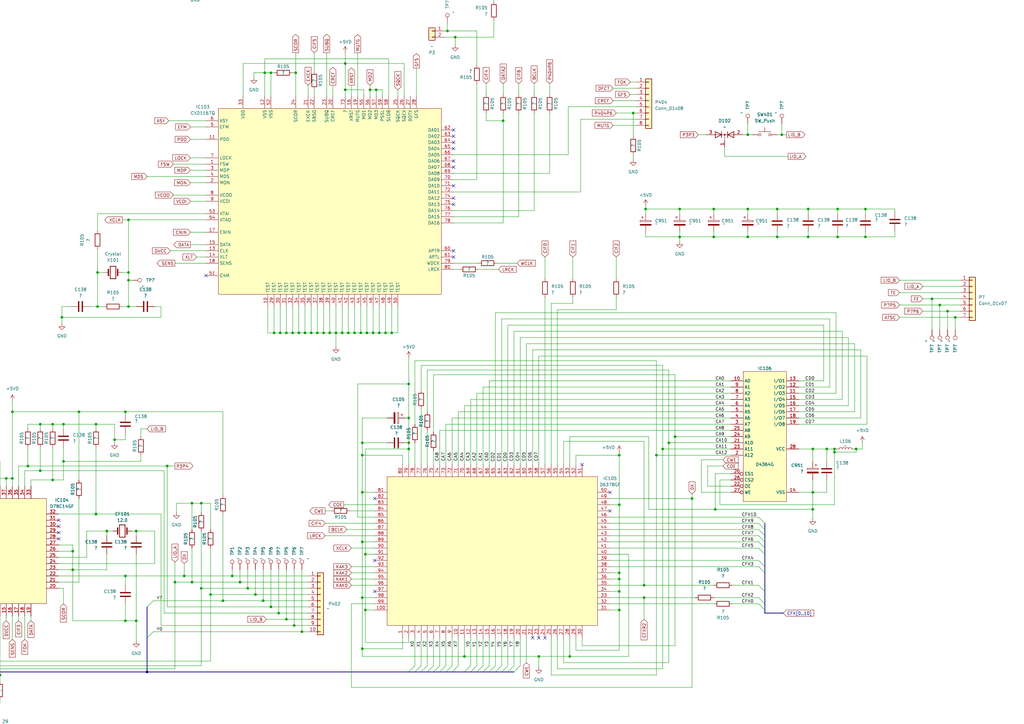
<source format=kicad_sch>
(kicad_sch (version 20230121) (generator eeschema)
  (paper "A3")
  (junction (at 382.27 122.555))
  (junction (at 135.255 136.525))
  (junction (at 123.825 259.08))
  (junction (at 351.155 184.15))
  (junction (at 117.475 136.525))
  (junction (at 5.08 168.91))
  (junction (at 40.005 125.73))
  (junction (at 125.095 136.525))
  (junction (at 183.515 12.7))
  (junction (at 292.735 97.155))
  (junction (at 269.24 186.69))
  (junction (at 2.54 196.215))
  (junction (at 142.875 136.525))
  (junction (at 385.445 125.095))
  (junction (at 51.435 254.635))
  (junction (at 51.435 168.91))
  (junction (at 132.715 136.525))
  (junction (at 149.86 227.33))
  (junction (at 141.605 26.035))
  (junction (at 306.705 85.725))
  (junction (at -66.04 186.69))
  (junction (at 16.51 173.99))
  (junction (at 55.88 254.635))
  (junction (at 16.51 193.04))
  (junction (at 339.09 184.15))
  (junction (at 114.3 251.46))
  (junction (at 52.705 114.935))
  (junction (at 29.845 226.06))
  (junction (at -120.65 240.03))
  (junction (at 391.795 130.175))
  (junction (at 264.16 245.11))
  (junction (at 127.635 136.525))
  (junction (at 254 207.01))
  (junction (at 254 237.49))
  (junction (at 264.16 240.03))
  (junction (at 21.59 173.99))
  (junction (at 154.305 36.83))
  (junction (at -111.76 255.27))
  (junction (at 206.375 49.53))
  (junction (at 120.015 136.525))
  (junction (at 148.59 266.065))
  (junction (at 151.765 36.83))
  (junction (at 264.795 85.725))
  (junction (at 108.585 29.845))
  (junction (at 242.57 -9.525))
  (junction (at 111.125 248.92))
  (junction (at 91.44 246.38))
  (junction (at -50.8 223.52))
  (junction (at 11.43 191.135))
  (junction (at 278.765 97.155))
  (junction (at 107.95 246.38))
  (junction (at 220.98 269.24))
  (junction (at 75.565 236.22))
  (junction (at 318.77 85.725))
  (junction (at 52.705 111.76))
  (junction (at 148.59 201.93))
  (junction (at 292.735 85.725))
  (junction (at 333.375 184.15))
  (junction (at 148.59 222.25))
  (junction (at 167.64 184.15))
  (junction (at 29.845 233.68))
  (junction (at -101.6 265.43))
  (junction (at 306.705 55.245))
  (junction (at 32.385 168.91))
  (junction (at -17.78 278.13))
  (junction (at 71.755 238.76))
  (junction (at 148.59 186.69))
  (junction (at 0 276.86))
  (junction (at 167.64 171.45))
  (junction (at 331.47 97.155))
  (junction (at 21.59 196.85))
  (junction (at 254 186.69))
  (junction (at 342.265 184.15))
  (junction (at 318.77 97.155))
  (junction (at -66.04 231.14))
  (junction (at 26.035 189.23))
  (junction (at 137.795 136.525))
  (junction (at 78.74 238.76))
  (junction (at 130.175 136.525))
  (junction (at 80.01 -6.35))
  (junction (at 293.37 208.915))
  (junction (at 117.475 254))
  (junction (at 52.705 90.17))
  (junction (at 283.845 204.47))
  (junction (at 26.035 173.99))
  (junction (at 78.74 206.375))
  (junction (at -50.8 226.06))
  (junction (at 95.25 236.22))
  (junction (at 140.335 136.525))
  (junction (at -116.84 250.19))
  (junction (at 342.265 185.42))
  (junction (at 25.4 130.175))
  (junction (at 82.55 241.3))
  (junction (at 68.58 191.135))
  (junction (at 278.765 85.725))
  (junction (at 254 234.95))
  (junction (at 145.415 136.525))
  (junction (at -106.68 260.35))
  (junction (at 186.69 15.24))
  (junction (at 331.47 85.725))
  (junction (at 245.11 -9.525))
  (junction (at 39.37 173.99))
  (junction (at 120.65 256.54))
  (junction (at 343.535 97.155))
  (junction (at 320.675 55.245))
  (junction (at 80.01 -22.225))
  (junction (at 333.375 201.93))
  (junction (at 271.78 184.15))
  (junction (at 343.535 85.725))
  (junction (at 98.425 238.76))
  (junction (at 5.08 196.215))
  (junction (at 240.03 -9.525))
  (junction (at -6.985 288.29))
  (junction (at 86.36 243.84))
  (junction (at 114.935 136.525))
  (junction (at 354.965 85.725))
  (junction (at 388.62 127.635))
  (junction (at 111.125 29.845))
  (junction (at 52.705 125.73))
  (junction (at 155.575 136.525))
  (junction (at 122.555 136.525))
  (junction (at 141.605 36.83))
  (junction (at 276.86 179.07))
  (junction (at 43.815 217.805))
  (junction (at 354.965 97.155))
  (junction (at 55.88 217.805))
  (junction (at 149.86 250.19))
  (junction (at 190.5 269.24))
  (junction (at 147.955 136.525))
  (junction (at 39.37 210.82))
  (junction (at 104.775 243.84))
  (junction (at 274.32 181.61))
  (junction (at 306.705 97.155))
  (junction (at 158.115 136.525))
  (junction (at -104.14 262.89))
  (junction (at 106.68 -31.115))
  (junction (at 121.285 29.845))
  (junction (at 167.64 157.48))
  (junction (at 160.655 136.525))
  (junction (at 148.59 245.11))
  (junction (at 153.035 136.525))
  (junction (at 97.79 -13.97))
  (junction (at 101.6 241.3))
  (junction (at 60.325 275.59))
  (junction (at 112.395 136.525))
  (junction (at 51.435 236.22))
  (junction (at -20.32 288.29))
  (junction (at 40.005 111.76))
  (junction (at 233.68 269.24))
  (junction (at 82.55 206.375))
  (junction (at 150.495 136.525))
  (junction (at 254 250.19))
  (junction (at 259.715 46.355))
  (junction (at 148.59 181.61))
  (junction (at -7.62 253.365))
  (junction (at 333.375 208.915))
  (junction (at 167.64 181.61))
  (junction (at 254 242.57))
  (junction (at 46.99 180.34))
  (no_connect (at 250.19 209.55))
  (no_connect (at 218.44 261.62))
  (no_connect (at 153.67 242.57))
  (no_connect (at 238.76 190.5))
  (no_connect (at -25.4 199.39))
  (no_connect (at -22.86 199.39))
  (no_connect (at 153.67 229.87))
  (no_connect (at 24.13 218.44))
  (no_connect (at 186.055 105.41))
  (no_connect (at 186.055 55.88))
  (no_connect (at 153.67 204.47))
  (no_connect (at 186.055 60.96))
  (no_connect (at 84.455 113.03))
  (no_connect (at 220.98 261.62))
  (no_connect (at 186.055 66.04))
  (no_connect (at 250.19 201.93))
  (no_connect (at 186.055 76.2))
  (no_connect (at 24.13 213.36))
  (no_connect (at 186.055 83.82))
  (no_connect (at 186.055 53.34))
  (no_connect (at 223.52 261.62))
  (no_connect (at 24.13 215.9))
  (no_connect (at 186.055 102.87))
  (no_connect (at 24.13 220.98))
  (no_connect (at 186.055 58.42))
  (no_connect (at 186.055 81.28))
  (no_connect (at 186.055 68.58))
  (bus_entry (at 311.15 232.41) (size 2.54 2.54))
  (bus_entry (at 187.96 273.05) (size -2.54 2.54))
  (bus_entry (at 311.15 217.17) (size 2.54 2.54))
  (bus_entry (at 311.15 224.79) (size 2.54 2.54))
  (bus_entry (at -106.68 160.655) (size -2.54 2.54))
  (bus_entry (at 205.74 273.05) (size -2.54 2.54))
  (bus_entry (at 210.82 273.05) (size -2.54 2.54))
  (bus_entry (at 311.15 212.09) (size 2.54 2.54))
  (bus_entry (at 205.74 275.59) (size 2.54 -2.54))
  (bus_entry (at -10.16 186.69) (size 2.54 2.54))
  (bus_entry (at 203.2 273.05) (size -2.54 2.54))
  (bus_entry (at -2.54 186.69) (size 2.54 2.54))
  (bus_entry (at -89.535 250.19) (size 2.54 -2.54))
  (bus_entry (at -89.535 247.65) (size 2.54 -2.54))
  (bus_entry (at 177.8 273.05) (size -2.54 2.54))
  (bus_entry (at 195.58 273.05) (size -2.54 2.54))
  (bus_entry (at -89.535 262.89) (size 2.54 -2.54))
  (bus_entry (at 311.15 229.87) (size 2.54 2.54))
  (bus_entry (at 193.04 273.05) (size -2.54 2.54))
  (bus_entry (at -89.535 257.81) (size 2.54 -2.54))
  (bus_entry (at -90.805 160.655) (size -2.54 2.54))
  (bus_entry (at 180.34 273.05) (size -2.54 2.54))
  (bus_entry (at -96.52 160.655) (size -2.54 2.54))
  (bus_entry (at 311.15 214.63) (size 2.54 2.54))
  (bus_entry (at -7.62 186.69) (size 2.54 2.54))
  (bus_entry (at 311.15 245.11) (size 2.54 2.54))
  (bus_entry (at 213.36 273.05) (size -2.54 2.54))
  (bus_entry (at 311.15 219.71) (size 2.54 2.54))
  (bus_entry (at 175.26 273.05) (size -2.54 2.54))
  (bus_entry (at -89.535 260.35) (size 2.54 -2.54))
  (bus_entry (at 185.42 273.05) (size -2.54 2.54))
  (bus_entry (at 198.12 273.05) (size -2.54 2.54))
  (bus_entry (at -89.535 265.43) (size 2.54 -2.54))
  (bus_entry (at -5.08 186.69) (size 2.54 2.54))
  (bus_entry (at -12.7 186.69) (size 2.54 2.54))
  (bus_entry (at 311.15 247.65) (size 2.54 2.54))
  (bus_entry (at -80.645 160.655) (size -2.54 2.54))
  (bus_entry (at -20.32 186.69) (size 2.54 2.54))
  (bus_entry (at 311.15 240.03) (size 2.54 2.54))
  (bus_entry (at 170.18 273.05) (size -2.54 2.54))
  (bus_entry (at 60.325 261.62) (size 2.54 -2.54))
  (bus_entry (at -111.76 160.655) (size -2.54 2.54))
  (bus_entry (at 182.88 273.05) (size -2.54 2.54))
  (bus_entry (at 60.325 248.92) (size 2.54 -2.54))
  (bus_entry (at 200.66 273.05) (size -2.54 2.54))
  (bus_entry (at 311.15 222.25) (size 2.54 2.54))
  (bus_entry (at -15.24 186.69) (size 2.54 2.54))
  (bus_entry (at -101.6 160.655) (size -2.54 2.54))
  (bus_entry (at -85.725 160.655) (size -2.54 2.54))
  (bus_entry (at -75.565 160.655) (size -2.54 2.54))
  (bus_entry (at -22.86 186.69) (size 2.54 2.54))
  (bus_entry (at -89.535 252.73) (size 2.54 -2.54))
  (bus_entry (at 172.72 273.05) (size -2.54 2.54))
  (bus_entry (at -89.535 255.27) (size 2.54 -2.54))
  (bus_entry (at -17.78 186.69) (size 2.54 2.54))
  (wire (pts (xy 355.6 173.99) (xy 355.6 146.05)))
  (wire (pts (xy 167.64 184.15) (xy 149.86 184.15)))
  (wire (pts (xy -50.8 223.52) (xy -50.8 226.06)))
  (wire (pts (xy 170.18 147.955) (xy 269.24 147.955)))
  (wire (pts (xy 51.435 180.34) (xy 46.99 180.34)))
  (wire (pts (xy 144.145 234.95) (xy 153.67 234.95)))
  (wire (pts (xy 299.72 158.75) (xy 198.12 158.75)))
  (wire (pts (xy 0 276.86) (xy 0 279.4)))
  (wire (pts (xy 78.105 100.33) (xy 84.455 100.33)))
  (wire (pts (xy 283.845 281.94) (xy 283.845 204.47)))
  (wire (pts (xy 254 207.01) (xy 254 234.95)))
  (wire (pts (xy 304.8 55.245) (xy 306.705 55.245)))
  (wire (pts (xy 327.66 201.93) (xy 333.375 201.93)))
  (wire (pts (xy 264.795 85.725) (xy 264.795 87.63)))
  (wire (pts (xy 200.66 156.21) (xy 200.66 190.5)))
  (wire (pts (xy 24.13 236.22) (xy 51.435 236.22)))
  (wire (pts (xy 57.785 189.23) (xy 26.035 189.23)))
  (wire (pts (xy 367.03 85.725) (xy 367.03 86.995)))
  (wire (pts (xy 55.88 217.805) (xy 63.5 217.805)))
  (wire (pts (xy 233.68 179.07) (xy 233.68 190.5)))
  (wire (pts (xy -99.06 213.36) (xy -44.45 213.36)))
  (wire (pts (xy 299.72 196.85) (xy 295.275 196.85)))
  (wire (pts (xy 86.36 243.84) (xy 104.775 243.84)))
  (wire (pts (xy 318.77 55.245) (xy 320.675 55.245)))
  (wire (pts (xy -27.94 199.39) (xy -27.94 191.135)))
  (wire (pts (xy -78.105 163.195) (xy -78.105 173.99)))
  (wire (pts (xy 52.705 114.935) (xy 52.705 111.76)))
  (wire (pts (xy 226.06 190.5) (xy 226.06 124.46)))
  (wire (pts (xy 225.425 46.355) (xy 225.425 71.12)))
  (bus (pts (xy -86.995 250.19) (xy -86.995 252.73)))
  (wire (pts (xy 212.725 34.29) (xy 212.725 38.735)))
  (wire (pts (xy 195.58 161.29) (xy 195.58 190.5)))
  (wire (pts (xy 170.18 181.61) (xy 170.18 190.5)))
  (wire (pts (xy 333.375 184.15) (xy 339.09 184.15)))
  (wire (pts (xy 237.49 -21.59) (xy 237.49 -31.75)))
  (wire (pts (xy 126.365 243.84) (xy 104.775 243.84)))
  (wire (pts (xy 158.115 125.73) (xy 158.115 136.525)))
  (wire (pts (xy 153.67 247.65) (xy 144.145 247.65)))
  (wire (pts (xy 141.605 26.035) (xy 141.605 36.83)))
  (wire (pts (xy 55.88 217.805) (xy 55.88 219.71)))
  (wire (pts (xy 16.51 193.04) (xy 10.16 193.04)))
  (wire (pts (xy 135.255 125.73) (xy 135.255 136.525)))
  (wire (pts (xy 143.51 209.55) (xy 153.67 209.55)))
  (wire (pts (xy -47.625 250.19) (xy -47.625 253.365)))
  (wire (pts (xy 53.975 217.805) (xy 55.88 217.805)))
  (wire (pts (xy 378.46 117.475) (xy 393.7 117.475)))
  (wire (pts (xy 111.125 29.845) (xy 112.395 29.845)))
  (wire (pts (xy 167.64 157.48) (xy 146.685 157.48)))
  (wire (pts (xy 299.72 161.29) (xy 195.58 161.29)))
  (wire (pts (xy 198.12 158.75) (xy 198.12 190.5)))
  (wire (pts (xy 66.04 125.73) (xy 66.04 130.175)))
  (wire (pts (xy -20.32 314.96) (xy -20.32 325.12)))
  (wire (pts (xy 293.37 208.915) (xy 333.375 208.915)))
  (wire (pts (xy 237.49 -9.525) (xy 237.49 -11.43)))
  (wire (pts (xy 2.54 252.73) (xy 2.54 254.635)))
  (bus (pts (xy 170.18 275.59) (xy 172.72 275.59)))
  (wire (pts (xy 226.06 276.86) (xy 269.24 276.86)))
  (wire (pts (xy -20.32 288.29) (xy -6.985 288.29)))
  (wire (pts (xy 299.72 194.31) (xy 293.37 194.31)))
  (wire (pts (xy 254 237.49) (xy 254 234.95)))
  (wire (pts (xy 266.065 179.07) (xy 266.065 208.915)))
  (wire (pts (xy 133.985 21.59) (xy 133.985 39.37)))
  (wire (pts (xy 250.19 237.49) (xy 254 237.49)))
  (wire (pts (xy -125.73 250.19) (xy -116.84 250.19)))
  (wire (pts (xy 299.72 171.45) (xy 185.42 171.45)))
  (wire (pts (xy -17.78 189.23) (xy -17.78 199.39)))
  (wire (pts (xy 167.64 181.61) (xy 167.64 184.15)))
  (wire (pts (xy -120.65 245.11) (xy -120.65 240.03)))
  (wire (pts (xy 82.55 217.805) (xy 82.55 241.3)))
  (wire (pts (xy 107.95 233.68) (xy 107.95 246.38)))
  (wire (pts (xy 5.08 196.215) (xy 5.08 199.39)))
  (wire (pts (xy 154.305 36.83) (xy 154.305 39.37)))
  (wire (pts (xy 24.13 238.76) (xy 32.385 238.76)))
  (bus (pts (xy 167.64 275.59) (xy 170.18 275.59)))
  (wire (pts (xy 11.43 173.99) (xy 16.51 173.99)))
  (wire (pts (xy 388.62 127.635) (xy 393.7 127.635)))
  (wire (pts (xy 195.58 12.7) (xy 195.58 26.67)))
  (wire (pts (xy 122.555 125.73) (xy 122.555 136.525)))
  (wire (pts (xy 167.64 184.15) (xy 167.64 190.5)))
  (wire (pts (xy 202.565 15.24) (xy 186.69 15.24)))
  (wire (pts (xy -20.32 304.8) (xy -20.32 288.29)))
  (wire (pts (xy 231.14 190.5) (xy 231.14 180.975)))
  (wire (pts (xy 186.055 78.74) (xy 238.125 78.74)))
  (wire (pts (xy 29.845 223.52) (xy 29.845 226.06)))
  (wire (pts (xy -10.16 271.145) (xy -10.16 252.73)))
  (wire (pts (xy 250.19 240.03) (xy 264.16 240.03)))
  (wire (pts (xy 250.19 250.19) (xy 254 250.19)))
  (wire (pts (xy 290.195 191.135) (xy 296.545 191.135)))
  (wire (pts (xy -27.94 309.88) (xy -33.02 309.88)))
  (wire (pts (xy 215.9 140.97) (xy 350.52 140.97)))
  (wire (pts (xy 165.735 26.035) (xy 141.605 26.035)))
  (wire (pts (xy 254 250.19) (xy 254 242.57)))
  (wire (pts (xy 159.385 39.37) (xy 159.385 24.13)))
  (bus (pts (xy 60.325 261.62) (xy 60.325 275.59)))
  (wire (pts (xy 242.57 -31.75) (xy 242.57 -21.59)))
  (wire (pts (xy 354.965 97.155) (xy 367.03 97.155)))
  (wire (pts (xy 106.68 -31.115) (xy 106.68 -26.035)))
  (wire (pts (xy -15.24 252.73) (xy -15.24 274.32)))
  (wire (pts (xy 264.795 97.155) (xy 264.795 95.25)))
  (wire (pts (xy 0 288.29) (xy -6.985 288.29)))
  (wire (pts (xy 299.72 168.91) (xy 187.96 168.91)))
  (wire (pts (xy 233.68 269.24) (xy 220.98 269.24)))
  (wire (pts (xy 25.4 130.175) (xy 25.4 125.73)))
  (wire (pts (xy 223.52 121.92) (xy 223.52 190.5)))
  (wire (pts (xy 183.515 9.525) (xy 183.515 12.7)))
  (wire (pts (xy -53.975 233.68) (xy -44.45 233.68)))
  (wire (pts (xy 218.44 143.51) (xy 353.06 143.51)))
  (wire (pts (xy 199.39 34.29) (xy 199.39 38.735)))
  (wire (pts (xy 278.765 97.155) (xy 278.765 99.06)))
  (wire (pts (xy 271.78 149.86) (xy 172.72 149.86)))
  (wire (pts (xy 26.035 247.65) (xy 26.035 241.3)))
  (wire (pts (xy -6.985 307.848) (xy -6.985 302.26)))
  (wire (pts (xy -114.3 163.195) (xy -114.3 173.99)))
  (wire (pts (xy 297.18 64.135) (xy 323.215 64.135)))
  (wire (pts (xy 354.965 87.63) (xy 354.965 85.725)))
  (wire (pts (xy 182.88 261.62) (xy 182.88 273.05)))
  (bus (pts (xy 313.69 222.25) (xy 313.69 224.79)))
  (wire (pts (xy 154.305 36.83) (xy 156.845 36.83)))
  (wire (pts (xy 151.765 34.925) (xy 151.765 36.83)))
  (wire (pts (xy 107.95 246.38) (xy 126.365 246.38)))
  (wire (pts (xy 126.365 34.925) (xy 126.365 39.37)))
  (wire (pts (xy 233.68 261.62) (xy 233.68 269.24)))
  (wire (pts (xy 236.22 186.69) (xy 236.22 190.5)))
  (wire (pts (xy -15.24 274.32) (xy 71.755 274.32)))
  (bus (pts (xy 200.66 275.59) (xy 203.2 275.59)))
  (wire (pts (xy 251.46 51.435) (xy 260.985 51.435)))
  (wire (pts (xy 300.355 247.65) (xy 311.15 247.65)))
  (wire (pts (xy 205.74 130.81) (xy 205.74 190.5)))
  (wire (pts (xy 66.675 -22.225) (xy 71.12 -22.225)))
  (wire (pts (xy 245.11 -24.13) (xy 245.11 -21.59)))
  (wire (pts (xy 63.5 217.805) (xy 63.5 231.14)))
  (wire (pts (xy 343.535 85.725) (xy 343.535 87.63)))
  (wire (pts (xy 190.5 166.37) (xy 190.5 190.5)))
  (wire (pts (xy 117.475 254) (xy 126.365 254)))
  (wire (pts (xy 149.86 250.19) (xy 153.67 250.19)))
  (wire (pts (xy 108.585 24.13) (xy 108.585 29.845)))
  (bus (pts (xy -86.995 247.65) (xy -86.995 250.19)))
  (bus (pts (xy -15.24 186.69) (xy -17.78 186.69)))
  (wire (pts (xy 122.555 136.525) (xy 120.015 136.525)))
  (wire (pts (xy 0 276.86) (xy -52.07 276.86)))
  (wire (pts (xy -120.65 240.03) (xy -99.06 240.03)))
  (bus (pts (xy 208.28 275.59) (xy 210.82 275.59)))
  (wire (pts (xy 32.385 168.91) (xy 51.435 168.91)))
  (wire (pts (xy 388.62 127.635) (xy 388.62 135.255)))
  (wire (pts (xy 343.535 97.155) (xy 354.965 97.155)))
  (wire (pts (xy 142.875 136.525) (xy 145.415 136.525)))
  (wire (pts (xy -101.6 265.43) (xy -101.6 268.605)))
  (wire (pts (xy 353.06 171.45) (xy 327.66 171.45)))
  (wire (pts (xy 278.765 85.725) (xy 292.735 85.725)))
  (wire (pts (xy 29.845 233.68) (xy 29.845 226.06)))
  (wire (pts (xy 150.495 136.525) (xy 153.035 136.525)))
  (wire (pts (xy 57.785 175.895) (xy 60.325 175.895)))
  (wire (pts (xy -27.94 191.135) (xy -78.105 191.135)))
  (wire (pts (xy 46.99 180.34) (xy 46.99 181.61)))
  (wire (pts (xy 39.37 173.99) (xy 46.99 173.99)))
  (wire (pts (xy 106.68 -31.115) (xy 113.03 -31.115)))
  (wire (pts (xy -44.45 220.98) (xy -114.3 220.98)))
  (wire (pts (xy -12.7 252.73) (xy -12.7 273.05)))
  (wire (pts (xy 251.46 41.275) (xy 260.985 41.275)))
  (wire (pts (xy -111.76 255.27) (xy -89.535 255.27)))
  (wire (pts (xy 82.55 241.3) (xy 101.6 241.3)))
  (bus (pts (xy -66.04 231.14) (xy -66.04 275.59)))
  (bus (pts (xy 175.26 275.59) (xy 177.8 275.59)))
  (wire (pts (xy 26.035 189.23) (xy 26.035 196.85)))
  (wire (pts (xy -125.73 247.65) (xy -89.535 247.65)))
  (wire (pts (xy 43.815 217.805) (xy 43.815 219.71)))
  (wire (pts (xy 126.365 248.92) (xy 111.125 248.92)))
  (wire (pts (xy 177.8 261.62) (xy 177.8 273.05)))
  (wire (pts (xy 250.19 219.71) (xy 311.15 219.71)))
  (wire (pts (xy 327.66 158.75) (xy 340.36 158.75)))
  (bus (pts (xy -75.565 160.655) (xy -66.04 160.655)))
  (wire (pts (xy 378.46 127.635) (xy 388.62 127.635)))
  (wire (pts (xy 130.175 136.525) (xy 127.635 136.525)))
  (wire (pts (xy -116.84 250.19) (xy -116.84 268.605)))
  (wire (pts (xy 343.535 97.155) (xy 331.47 97.155)))
  (wire (pts (xy 137.795 142.24) (xy 137.795 136.525)))
  (bus (pts (xy -106.68 160.655) (xy -101.6 160.655)))
  (wire (pts (xy 250.19 212.09) (xy 311.15 212.09)))
  (wire (pts (xy 82.55 206.375) (xy 82.55 210.185)))
  (wire (pts (xy 170.18 173.99) (xy 170.18 147.955)))
  (wire (pts (xy 10.16 193.04) (xy 10.16 199.39)))
  (wire (pts (xy 5.08 252.73) (xy 5.08 262.255)))
  (wire (pts (xy 5.08 196.215) (xy 5.08 168.91)))
  (wire (pts (xy 355.6 146.05) (xy 220.98 146.05)))
  (wire (pts (xy 339.09 184.15) (xy 339.09 189.23)))
  (wire (pts (xy 51.435 254.635) (xy 29.845 254.635)))
  (wire (pts (xy -93.345 210.82) (xy -44.45 210.82)))
  (wire (pts (xy 276.86 179.07) (xy 299.72 179.07)))
  (wire (pts (xy 123.825 259.08) (xy 126.365 259.08)))
  (wire (pts (xy 104.14 29.845) (xy 104.14 31.75)))
  (wire (pts (xy 242.57 -9.525) (xy 242.57 -11.43)))
  (wire (pts (xy 146.685 21.59) (xy 146.685 39.37)))
  (wire (pts (xy 177.8 153.67) (xy 177.8 177.165)))
  (wire (pts (xy 342.9 128.27) (xy 342.9 161.29)))
  (wire (pts (xy -88.265 181.61) (xy -88.265 194.945)))
  (wire (pts (xy 240.03 -9.525) (xy 240.03 -11.43)))
  (wire (pts (xy -7.62 252.73) (xy -7.62 253.365)))
  (wire (pts (xy 114.935 136.525) (xy 112.395 136.525)))
  (wire (pts (xy 78.74 -22.225) (xy 80.01 -22.225)))
  (wire (pts (xy 108.585 29.845) (xy 108.585 39.37)))
  (wire (pts (xy 148.59 186.69) (xy 148.59 201.93)))
  (wire (pts (xy 35.56 217.805) (xy 35.56 228.6)))
  (wire (pts (xy 331.47 95.25) (xy 331.47 97.155)))
  (wire (pts (xy 210.82 135.89) (xy 345.44 135.89)))
  (wire (pts (xy -114.3 220.98) (xy -114.3 181.61)))
  (wire (pts (xy 170.18 261.62) (xy 170.18 273.05)))
  (wire (pts (xy 26.035 173.99) (xy 39.37 173.99)))
  (bus (pts (xy 193.04 275.59) (xy 195.58 275.59)))
  (wire (pts (xy 254 242.57) (xy 254 237.49)))
  (wire (pts (xy 0 252.73) (xy 0 276.86)))
  (wire (pts (xy 148.59 201.93) (xy 153.67 201.93)))
  (wire (pts (xy 11.43 183.515) (xy 11.43 191.135)))
  (wire (pts (xy 80.01 -22.225) (xy 80.01 -15.24)))
  (wire (pts (xy 86.36 271.145) (xy -10.16 271.145)))
  (wire (pts (xy 208.28 261.62) (xy 208.28 273.05)))
  (wire (pts (xy 331.47 85.725) (xy 343.535 85.725)))
  (wire (pts (xy 353.695 184.15) (xy 353.695 181.61)))
  (wire (pts (xy 245.11 -11.43) (xy 245.11 -9.525)))
  (wire (pts (xy 149.225 36.83) (xy 149.225 39.37)))
  (wire (pts (xy 250.19 222.25) (xy 311.15 222.25)))
  (wire (pts (xy 51.435 177.8) (xy 51.435 180.34)))
  (wire (pts (xy 153.035 136.525) (xy 155.575 136.525)))
  (wire (pts (xy 292.735 85.725) (xy 306.705 85.725)))
  (wire (pts (xy 71.12 67.31) (xy 84.455 67.31)))
  (wire (pts (xy 238.125 78.74) (xy 238.125 48.895)))
  (wire (pts (xy 32.385 168.91) (xy 32.385 196.85)))
  (wire (pts (xy 250.19 217.17) (xy 311.15 217.17)))
  (wire (pts (xy -20.32 285.115) (xy -20.32 288.29)))
  (wire (pts (xy 43.815 217.805) (xy 46.355 217.805)))
  (wire (pts (xy 306.705 55.245) (xy 308.61 55.245)))
  (wire (pts (xy 26.035 183.515) (xy 26.035 189.23)))
  (wire (pts (xy 287.655 188.595) (xy 296.545 188.595)))
  (wire (pts (xy -83.185 163.195) (xy -83.185 173.99)))
  (wire (pts (xy 339.09 184.15) (xy 342.265 184.15)))
  (wire (pts (xy 12.7 252.73) (xy 12.7 254.635)))
  (wire (pts (xy -122.555 242.57) (xy -122.555 271.145)))
  (wire (pts (xy 21.59 196.85) (xy 21.59 183.515)))
  (wire (pts (xy 16.51 183.515) (xy 16.51 193.04)))
  (wire (pts (xy 141.605 26.035) (xy 99.695 26.035)))
  (wire (pts (xy -50.8 226.06) (xy -44.45 226.06)))
  (wire (pts (xy 51.435 236.22) (xy 51.435 240.03)))
  (wire (pts (xy 206.375 34.29) (xy 206.375 38.735)))
  (bus (pts (xy 313.69 224.79) (xy 313.69 227.33)))
  (wire (pts (xy -106.68 260.35) (xy -106.68 268.605)))
  (bus (pts (xy -66.04 186.69) (xy -66.04 231.14)))
  (wire (pts (xy 78.105 69.85) (xy 84.455 69.85)))
  (wire (pts (xy -52.07 294.005) (xy -52.07 296.545)))
  (wire (pts (xy 78.105 52.07) (xy 84.455 52.07)))
  (wire (pts (xy 117.475 233.68) (xy 117.475 254)))
  (wire (pts (xy 67.31 251.46) (xy 114.3 251.46)))
  (wire (pts (xy 78.74 206.375) (xy 78.74 217.17)))
  (wire (pts (xy 203.835 107.95) (xy 212.09 107.95)))
  (wire (pts (xy 145.415 136.525) (xy 147.955 136.525)))
  (wire (pts (xy -15.24 189.23) (xy -15.24 199.39)))
  (wire (pts (xy 202.565 8.255) (xy 202.565 15.24)))
  (wire (pts (xy 186.69 18.415) (xy 186.69 15.24)))
  (wire (pts (xy 63.5 231.14) (xy 24.13 231.14)))
  (wire (pts (xy -93.345 163.195) (xy -93.345 173.99)))
  (wire (pts (xy 40.005 111.76) (xy 42.545 111.76)))
  (wire (pts (xy 257.81 269.24) (xy 233.68 269.24)))
  (wire (pts (xy 252.73 105.41) (xy 252.73 114.3)))
  (wire (pts (xy 385.445 125.095) (xy 393.7 125.095)))
  (wire (pts (xy -33.02 194.945) (xy -33.02 199.39)))
  (wire (pts (xy -37.465 253.365) (xy -7.62 253.365)))
  (wire (pts (xy 299.72 201.93) (xy 287.655 201.93)))
  (wire (pts (xy 245.11 -9.525) (xy 242.57 -9.525)))
  (wire (pts (xy 226.06 124.46) (xy 234.95 124.46)))
  (wire (pts (xy 63.5 125.73) (xy 66.04 125.73)))
  (wire (pts (xy 62.865 259.08) (xy 123.825 259.08)))
  (wire (pts (xy 170.815 27.94) (xy 170.815 39.37)))
  (wire (pts (xy 337.82 156.21) (xy 327.66 156.21)))
  (wire (pts (xy -7.62 189.23) (xy -7.62 199.39)))
  (wire (pts (xy -2.54 189.23) (xy -2.54 199.39)))
  (wire (pts (xy 71.755 238.76) (xy 71.755 274.32)))
  (wire (pts (xy 333.375 184.15) (xy 333.375 189.23)))
  (wire (pts (xy 146.685 157.48) (xy 146.685 212.09)))
  (wire (pts (xy 141.605 39.37) (xy 141.605 36.83)))
  (wire (pts (xy 132.715 136.525) (xy 130.175 136.525)))
  (wire (pts (xy -125.73 265.43) (xy -101.6 265.43)))
  (wire (pts (xy 163.195 136.525) (xy 163.195 125.73)))
  (wire (pts (xy 137.795 136.525) (xy 140.335 136.525)))
  (wire (pts (xy 278.765 97.155) (xy 292.735 97.155)))
  (wire (pts (xy 180.34 261.62) (xy 180.34 273.05)))
  (wire (pts (xy 228.6 127) (xy 252.73 127)))
  (wire (pts (xy 82.55 241.3) (xy 82.55 273.05)))
  (wire (pts (xy 297.18 60.325) (xy 297.18 64.135)))
  (wire (pts (xy 278.765 97.155) (xy 264.795 97.155)))
  (wire (pts (xy 40.005 111.76) (xy 40.005 125.73)))
  (wire (pts (xy 2.54 196.215) (xy -50.8 196.215)))
  (wire (pts (xy 186.055 71.12) (xy 225.425 71.12)))
  (wire (pts (xy 274.32 271.78) (xy 274.32 181.61)))
  (wire (pts (xy 368.935 125.095) (xy 385.445 125.095)))
  (bus (pts (xy -86.995 260.35) (xy -86.995 262.89)))
  (wire (pts (xy 354.965 85.725) (xy 367.03 85.725)))
  (wire (pts (xy 120.015 29.845) (xy 121.285 29.845)))
  (wire (pts (xy 271.78 274.32) (xy 228.6 274.32)))
  (wire (pts (xy 78.74 206.375) (xy 72.39 206.375)))
  (wire (pts (xy 300.355 240.03) (xy 311.15 240.03)))
  (wire (pts (xy 25.4 132.715) (xy 25.4 130.175)))
  (wire (pts (xy 172.72 261.62) (xy 172.72 273.05)))
  (wire (pts (xy 140.335 125.73) (xy 140.335 136.525)))
  (wire (pts (xy 203.2 128.27) (xy 342.9 128.27)))
  (wire (pts (xy 250.19 224.79) (xy 311.15 224.79)))
  (wire (pts (xy 318.77 85.725) (xy 331.47 85.725)))
  (wire (pts (xy 26.035 241.3) (xy 24.13 241.3)))
  (wire (pts (xy 185.42 171.45) (xy 185.42 190.5)))
  (wire (pts (xy 210.82 190.5) (xy 210.82 135.89)))
  (wire (pts (xy -83.185 193.04) (xy -30.48 193.04)))
  (wire (pts (xy 306.705 85.725) (xy 306.705 87.63)))
  (wire (pts (xy 117.475 136.525) (xy 114.935 136.525)))
  (bus (pts (xy 313.69 227.33) (xy 313.69 232.41)))
  (wire (pts (xy 137.795 136.525) (xy 135.255 136.525)))
  (wire (pts (xy 182.88 173.99) (xy 182.88 190.5)))
  (wire (pts (xy 120.015 136.525) (xy 117.475 136.525)))
  (wire (pts (xy 2.54 199.39) (xy 2.54 196.215)))
  (wire (pts (xy 271.78 184.15) (xy 299.72 184.15)))
  (wire (pts (xy 148.59 181.61) (xy 148.59 186.69)))
  (wire (pts (xy 250.19 229.87) (xy 311.15 229.87)))
  (wire (pts (xy 78.74 238.76) (xy 98.425 238.76)))
  (wire (pts (xy 68.58 248.92) (xy 68.58 191.135)))
  (wire (pts (xy 347.98 166.37) (xy 327.66 166.37)))
  (wire (pts (xy 111.125 233.68) (xy 111.125 248.92)))
  (wire (pts (xy -99.06 163.195) (xy -99.06 173.99)))
  (wire (pts (xy 78.105 95.25) (xy 84.455 95.25)))
  (wire (pts (xy 190.5 261.62) (xy 190.5 269.24)))
  (wire (pts (xy 29.845 226.06) (xy 24.13 226.06)))
  (wire (pts (xy 29.845 233.68) (xy 29.845 254.635)))
  (wire (pts (xy -125.73 245.11) (xy -120.65 245.11)))
  (wire (pts (xy 391.795 130.175) (xy 393.7 130.175)))
  (wire (pts (xy -109.22 181.61) (xy -109.22 218.44)))
  (wire (pts (xy 127.635 125.73) (xy 127.635 136.525)))
  (wire (pts (xy 88.265 -13.97) (xy 97.79 -13.97)))
  (wire (pts (xy 306.705 50.8) (xy 306.705 55.245)))
  (wire (pts (xy -53.975 231.14) (xy -44.45 231.14)))
  (wire (pts (xy 219.075 34.29) (xy 219.075 38.735)))
  (wire (pts (xy 7.62 252.73) (xy 7.62 254.635)))
  (wire (pts (xy 114.3 233.68) (xy 114.3 251.46)))
  (wire (pts (xy 250.19 207.01) (xy 254 207.01)))
  (wire (pts (xy 254 234.95) (xy 250.19 234.95)))
  (bus (pts (xy 182.88 275.59) (xy 185.42 275.59)))
  (wire (pts (xy 186.055 86.36) (xy 219.075 86.36)))
  (wire (pts (xy 278.765 85.725) (xy 278.765 87.63)))
  (wire (pts (xy 80.01 -7.62) (xy 80.01 -6.35)))
  (wire (pts (xy 24.13 210.82) (xy 39.37 210.82)))
  (wire (pts (xy 327.66 173.99) (xy 355.6 173.99)))
  (bus (pts (xy 313.69 242.57) (xy 313.69 247.65)))
  (wire (pts (xy -104.14 163.195) (xy -104.14 173.99)))
  (wire (pts (xy 97.79 -13.97) (xy 106.68 -13.97)))
  (wire (pts (xy 50.165 90.17) (xy 52.705 90.17)))
  (wire (pts (xy 121.285 21.59) (xy 121.285 29.845)))
  (wire (pts (xy 254 266.7) (xy 254 250.19)))
  (wire (pts (xy 91.44 210.82) (xy 91.44 246.38)))
  (wire (pts (xy 24.13 223.52) (xy 29.845 223.52)))
  (wire (pts (xy 120.65 233.68) (xy 120.65 256.54)))
  (bus (pts (xy 60.325 275.59) (xy 167.64 275.59)))
  (wire (pts (xy 71.755 238.76) (xy 78.74 238.76)))
  (wire (pts (xy -111.76 255.27) (xy -111.76 268.605)))
  (wire (pts (xy -44.45 223.52) (xy -50.8 223.52)))
  (wire (pts (xy -14.605 297.18) (xy -17.78 297.18)))
  (wire (pts (xy 133.35 209.55) (xy 135.89 209.55)))
  (wire (pts (xy -25.4 284.48) (xy -25.4 252.73)))
  (wire (pts (xy 151.765 39.37) (xy 151.765 36.83)))
  (wire (pts (xy 137.795 125.73) (xy 137.795 136.525)))
  (wire (pts (xy -53.975 228.6) (xy -44.45 228.6)))
  (wire (pts (xy 231.14 261.62) (xy 231.14 271.78)))
  (wire (pts (xy 220.98 269.24) (xy 190.5 269.24)))
  (wire (pts (xy 259.715 63.5) (xy 259.715 65.405)))
  (wire (pts (xy 306.705 97.155) (xy 292.735 97.155)))
  (bus (pts (xy 190.5 275.59) (xy 193.04 275.59)))
  (wire (pts (xy 259.715 46.355) (xy 259.715 55.88)))
  (wire (pts (xy 141.605 21.59) (xy 141.605 26.035)))
  (wire (pts (xy 278.765 95.25) (xy 278.765 97.155)))
  (wire (pts (xy 199.39 46.355) (xy 199.39 49.53)))
  (wire (pts (xy 26.035 196.85) (xy 21.59 196.85)))
  (wire (pts (xy 378.46 122.555) (xy 382.27 122.555)))
  (wire (pts (xy 88.265 -27.305) (xy 88.265 -31.115)))
  (wire (pts (xy -17.78 278.13) (xy -15.875 278.13)))
  (wire (pts (xy 149.86 184.15) (xy 149.86 227.33)))
  (wire (pts (xy 149.86 250.19) (xy 149.86 227.33)))
  (wire (pts (xy 165.1 186.69) (xy 165.1 190.5)))
  (wire (pts (xy -2.54 252.73) (xy -2.54 254.635)))
  (wire (pts (xy 150.495 125.73) (xy 150.495 136.525)))
  (wire (pts (xy 40.005 125.73) (xy 42.545 125.73)))
  (wire (pts (xy 245.11 -9.525) (xy 245.11 -6.985)))
  (wire (pts (xy 153.67 245.11) (xy 148.59 245.11)))
  (wire (pts (xy 177.8 184.785) (xy 177.8 190.5)))
  (wire (pts (xy 266.065 208.915) (xy 293.37 208.915)))
  (wire (pts (xy -50.8 196.215) (xy -50.8 223.52)))
  (wire (pts (xy 368.935 114.935) (xy 393.7 114.935)))
  (wire (pts (xy 203.2 261.62) (xy 203.2 273.05)))
  (wire (pts (xy 213.36 138.43) (xy 347.98 138.43)))
  (wire (pts (xy 250.19 214.63) (xy 311.15 214.63)))
  (wire (pts (xy 339.09 196.85) (xy 339.09 201.93)))
  (wire (pts (xy 347.98 138.43) (xy 347.98 166.37)))
  (wire (pts (xy 123.825 233.68) (xy 123.825 259.08)))
  (bus (pts (xy 198.12 275.59) (xy 200.66 275.59)))
  (wire (pts (xy 10.16 252.73) (xy 10.16 262.255)))
  (bus (pts (xy -86.995 255.27) (xy -86.995 257.81)))
  (wire (pts (xy 52.705 114.935) (xy 53.975 114.935)))
  (bus (pts (xy 313.69 217.17) (xy 313.69 219.71)))
  (wire (pts (xy 219.075 46.355) (xy 219.075 86.36)))
  (wire (pts (xy 148.59 171.45) (xy 148.59 181.61)))
  (wire (pts (xy 175.26 176.53) (xy 175.26 190.5)))
  (wire (pts (xy 286.385 55.245) (xy 289.56 55.245)))
  (wire (pts (xy 228.6 274.32) (xy 228.6 261.62)))
  (wire (pts (xy 210.82 261.62) (xy 210.82 273.05)))
  (wire (pts (xy 39.37 210.82) (xy 66.04 210.82)))
  (wire (pts (xy 228.6 190.5) (xy 228.6 127)))
  (wire (pts (xy 163.195 36.83) (xy 163.195 39.37)))
  (wire (pts (xy 145.415 125.73) (xy 145.415 136.525)))
  (wire (pts (xy 340.36 158.75) (xy 340.36 130.81)))
  (wire (pts (xy 62.865 246.38) (xy 91.44 246.38)))
  (bus (pts (xy -86.995 231.14) (xy -66.04 231.14)))
  (wire (pts (xy 167.64 261.62) (xy 167.64 263.525)))
  (wire (pts (xy 180.34 176.53) (xy 180.34 190.5)))
  (wire (pts (xy 251.46 36.195) (xy 260.985 36.195)))
  (wire (pts (xy 104.775 233.68) (xy 104.775 243.84)))
  (wire (pts (xy 86.36 224.79) (xy 86.36 243.84)))
  (bus (pts (xy 180.34 275.59) (xy 182.88 275.59)))
  (wire (pts (xy 264.795 85.725) (xy 278.765 85.725)))
  (wire (pts (xy 172.72 149.86) (xy 172.72 160.02)))
  (wire (pts (xy 186.69 15.24) (xy 182.245 15.24)))
  (wire (pts (xy 125.095 125.73) (xy 125.095 136.525)))
  (wire (pts (xy -7.62 253.365) (xy -7.62 254.635)))
  (wire (pts (xy 67.31 251.46) (xy 67.31 193.04)))
  (wire (pts (xy 80.01 -6.35) (xy 80.01 -5.08)))
  (wire (pts (xy -104.14 262.89) (xy -89.535 262.89)))
  (wire (pts (xy 35.56 228.6) (xy 24.13 228.6)))
  (wire (pts (xy 91.44 168.91) (xy 91.44 203.2)))
  (wire (pts (xy 0 189.23) (xy 0 199.39)))
  (bus (pts (xy -10.16 186.69) (xy -12.7 186.69)))
  (wire (pts (xy 292.735 97.155) (xy 292.735 95.25)))
  (wire (pts (xy 97.79 -6.35) (xy 97.79 -13.97)))
  (wire (pts (xy 16.51 173.99) (xy 16.51 175.895)))
  (wire (pts (xy 68.58 191.135) (xy 11.43 191.135)))
  (wire (pts (xy -12.7 189.23) (xy -12.7 199.39)))
  (wire (pts (xy 127.635 136.525) (xy 125.095 136.525)))
  (wire (pts (xy 186.055 63.5) (xy 233.045 63.5)))
  (wire (pts (xy 5.08 164.465) (xy 5.08 168.91)))
  (wire (pts (xy 354.965 97.155) (xy 354.965 95.25)))
  (wire (pts (xy 333.375 208.915) (xy 333.375 212.725)))
  (wire (pts (xy -17.78 278.13) (xy -17.78 252.73)))
  (wire (pts (xy 269.24 276.86) (xy 269.24 186.69)))
  (wire (pts (xy 299.72 199.39) (xy 290.195 199.39)))
  (wire (pts (xy 158.115 136.525) (xy 160.655 136.525)))
  (wire (pts (xy -62.865 288.925) (xy -59.69 288.925)))
  (wire (pts (xy 78.105 57.15) (xy 84.455 57.15)))
  (wire (pts (xy 121.285 29.845) (xy 121.285 39.37)))
  (wire (pts (xy 158.75 171.45) (xy 148.59 171.45)))
  (wire (pts (xy 101.6 241.3) (xy 126.365 241.3)))
  (wire (pts (xy 271.78 184.15) (xy 271.78 149.86)))
  (wire (pts (xy 342.9 184.15) (xy 342.265 184.15)))
  (wire (pts (xy 186.055 107.95) (xy 196.215 107.95)))
  (wire (pts (xy 213.36 261.62) (xy 213.36 273.05)))
  (wire (pts (xy 68.58 191.135) (xy 71.755 191.135)))
  (wire (pts (xy 175.26 261.62) (xy 175.26 273.05)))
  (wire (pts (xy 140.97 207.01) (xy 153.67 207.01)))
  (wire (pts (xy 25.4 125.73) (xy 29.21 125.73)))
  (wire (pts (xy 333.375 184.15) (xy 327.66 184.15)))
  (wire (pts (xy 166.37 171.45) (xy 167.64 171.45)))
  (wire (pts (xy 55.88 254.635) (xy 55.88 262.89)))
  (wire (pts (xy 231.14 180.975) (xy 264.16 180.975)))
  (bus (pts (xy -86.995 252.73) (xy -86.995 255.27)))
  (wire (pts (xy 269.24 186.69) (xy 299.72 186.69)))
  (wire (pts (xy 69.215 49.53) (xy 84.455 49.53)))
  (wire (pts (xy -116.84 250.19) (xy -89.535 250.19)))
  (wire (pts (xy 156.845 36.83) (xy 156.845 39.37)))
  (wire (pts (xy 187.96 261.62) (xy 187.96 273.05)))
  (wire (pts (xy 167.64 181.61) (xy 166.37 181.61)))
  (wire (pts (xy 167.64 157.48) (xy 167.64 171.45)))
  (wire (pts (xy 149.86 227.33) (xy 153.67 227.33)))
  (wire (pts (xy 186.055 110.49) (xy 188.595 110.49)))
  (wire (pts (xy 218.44 190.5) (xy 218.44 143.51)))
  (wire (pts (xy -109.22 218.44) (xy -44.45 218.44)))
  (wire (pts (xy 290.195 199.39) (xy 290.195 191.135)))
  (wire (pts (xy 293.37 194.31) (xy 293.37 208.915)))
  (wire (pts (xy 342.265 185.42) (xy 351.155 185.42)))
  (wire (pts (xy 133.35 219.71) (xy 153.67 219.71)))
  (wire (pts (xy 144.145 34.925) (xy 144.145 39.37)))
  (wire (pts (xy 257.81 227.33) (xy 257.81 269.24)))
  (wire (pts (xy 340.36 130.81) (xy 205.74 130.81)))
  (wire (pts (xy 51.435 236.22) (xy 75.565 236.22)))
  (wire (pts (xy 167.64 263.525) (xy 149.86 263.525)))
  (wire (pts (xy 206.375 46.355) (xy 206.375 49.53)))
  (wire (pts (xy 108.585 29.845) (xy 111.125 29.845)))
  (wire (pts (xy 52.705 125.73) (xy 55.88 125.73)))
  (wire (pts (xy 51.435 247.65) (xy 51.435 254.635)))
  (wire (pts (xy 151.765 36.83) (xy 154.305 36.83)))
  (bus (pts (xy -66.04 186.69) (xy -22.86 186.69)))
  (wire (pts (xy 0 307.848) (xy -6.985 307.848)))
  (wire (pts (xy 55.88 254.635) (xy 51.435 254.635)))
  (wire (pts (xy -125.73 262.89) (xy -104.14 262.89)))
  (wire (pts (xy 382.27 122.555) (xy 393.7 122.555)))
  (wire (pts (xy 82.55 206.375) (xy 78.74 206.375)))
  (wire (pts (xy 51.435 168.91) (xy 91.44 168.91)))
  (wire (pts (xy 72.39 206.375) (xy 72.39 210.185)))
  (wire (pts (xy 80.01 -6.35) (xy 97.79 -6.35)))
  (wire (pts (xy 283.845 202.565) (xy 283.845 204.47)))
  (wire (pts (xy 144.145 281.94) (xy 283.845 281.94)))
  (bus (pts (xy 313.69 214.63) (xy 313.69 217.17)))
  (wire (pts (xy 198.12 261.62) (xy 198.12 273.05)))
  (wire (pts (xy -101.6 265.43) (xy -89.535 265.43)))
  (wire (pts (xy 342.265 184.15) (xy 342.265 185.42)))
  (wire (pts (xy 39.37 183.515) (xy 39.37 210.82)))
  (wire (pts (xy 147.955 125.73) (xy 147.955 136.525)))
  (wire (pts (xy -125.73 255.27) (xy -111.76 255.27)))
  (wire (pts (xy 342.265 207.01) (xy 342.265 185.42)))
  (wire (pts (xy -125.73 260.35) (xy -106.68 260.35)))
  (wire (pts (xy 186.055 73.66) (xy 195.58 73.66)))
  (wire (pts (xy 200.66 261.62) (xy 200.66 273.05)))
  (wire (pts (xy 195.58 34.29) (xy 195.58 73.66)))
  (wire (pts (xy 225.425 34.29) (xy 225.425 38.735)))
  (wire (pts (xy 234.95 124.46) (xy 234.95 121.92)))
  (wire (pts (xy 144.145 232.41) (xy 153.67 232.41)))
  (wire (pts (xy 16.51 173.99) (xy 21.59 173.99)))
  (wire (pts (xy -10.16 189.23) (xy -10.16 199.39)))
  (wire (pts (xy 206.375 49.53) (xy 206.375 91.44)))
  (wire (pts (xy 60.325 72.39) (xy 84.455 72.39)))
  (wire (pts (xy 274.32 181.61) (xy 299.72 181.61)))
  (wire (pts (xy 71.12 80.01) (xy 84.455 80.01)))
  (wire (pts (xy 160.655 125.73) (xy 160.655 136.525)))
  (wire (pts (xy -125.73 242.57) (xy -122.555 242.57)))
  (wire (pts (xy 148.59 222.25) (xy 148.59 245.11)))
  (bus (pts (xy 313.69 250.19) (xy 313.69 251.46)))
  (wire (pts (xy 104.14 29.845) (xy 108.585 29.845)))
  (wire (pts (xy 343.535 95.25) (xy 343.535 97.155)))
  (bus (pts (xy 313.69 219.71) (xy 313.69 222.25)))
  (wire (pts (xy 52.705 90.17) (xy 52.705 111.76)))
  (wire (pts (xy 264.16 245.11) (xy 264.16 254)))
  (wire (pts (xy 40.005 87.63) (xy 40.005 94.615)))
  (wire (pts (xy 240.03 -24.13) (xy 240.03 -21.59)))
  (wire (pts (xy 343.535 85.725) (xy 354.965 85.725)))
  (wire (pts (xy 95.25 236.22) (xy 126.365 236.22)))
  (wire (pts (xy -109.22 163.195) (xy -109.22 173.99)))
  (wire (pts (xy 250.19 242.57) (xy 254 242.57)))
  (wire (pts (xy 295.275 196.85) (xy 295.275 207.01)))
  (wire (pts (xy 208.28 133.35) (xy 337.82 133.35)))
  (wire (pts (xy 345.44 163.83) (xy 327.66 163.83)))
  (wire (pts (xy 250.19 247.65) (xy 292.735 247.65)))
  (bus (pts (xy -5.08 186.69) (xy -2.54 186.69)))
  (wire (pts (xy 80.645 105.41) (xy 84.455 105.41)))
  (bus (pts (xy 60.325 248.92) (xy 60.325 261.62)))
  (bus (pts (xy 313.69 247.65) (xy 313.69 250.19)))
  (wire (pts (xy 276.86 179.07) (xy 276.86 264.795)))
  (wire (pts (xy 67.31 193.04) (xy 16.51 193.04)))
  (wire (pts (xy 69.85 102.87) (xy 84.455 102.87)))
  (wire (pts (xy -83.185 181.61) (xy -83.185 193.04)))
  (wire (pts (xy 250.19 232.41) (xy 311.15 232.41)))
  (wire (pts (xy 109.855 125.73) (xy 109.855 136.525)))
  (wire (pts (xy 128.905 21.59) (xy 128.905 29.21)))
  (wire (pts (xy -104.14 181.61) (xy -104.14 215.9)))
  (wire (pts (xy -52.07 276.86) (xy -52.07 283.845)))
  (wire (pts (xy 350.52 140.97) (xy 350.52 168.91)))
  (wire (pts (xy 71.755 230.505) (xy 71.755 238.76)))
  (bus (pts (xy -66.04 275.59) (xy 60.325 275.59)))
  (wire (pts (xy 78.74 224.79) (xy 78.74 238.76)))
  (wire (pts (xy 43.815 227.33) (xy 43.815 233.68)))
  (wire (pts (xy 99.695 26.035) (xy 99.695 39.37)))
  (bus (pts (xy 205.74 275.59) (xy 208.28 275.59)))
  (wire (pts (xy 148.59 266.065) (xy 165.1 266.065)))
  (wire (pts (xy -45.085 253.365) (xy -47.625 253.365)))
  (wire (pts (xy 57.785 186.69) (xy 57.785 189.23)))
  (wire (pts (xy 32.385 238.76) (xy 32.385 204.47)))
  (bus (pts (xy -96.52 160.655) (xy -90.805 160.655)))
  (wire (pts (xy 159.385 24.13) (xy 108.585 24.13)))
  (wire (pts (xy 88.265 -31.115) (xy 106.68 -31.115)))
  (wire (pts (xy 215.9 190.5) (xy 215.9 140.97)))
  (bus (pts (xy -90.805 160.655) (xy -85.725 160.655)))
  (wire (pts (xy -12.7 273.05) (xy 82.55 273.05)))
  (wire (pts (xy 57.785 179.07) (xy 57.785 175.895)))
  (wire (pts (xy 252.73 46.355) (xy 259.715 46.355)))
  (wire (pts (xy 223.52 105.41) (xy 223.52 114.3)))
  (wire (pts (xy 75.565 236.22) (xy 95.25 236.22)))
  (wire (pts (xy 11.43 191.135) (xy 7.62 191.135)))
  (bus (pts (xy 313.69 232.41) (xy 313.69 234.95)))
  (wire (pts (xy 106.68 -13.97) (xy 106.68 -18.415)))
  (wire (pts (xy 142.875 125.73) (xy 142.875 136.525)))
  (bus (pts (xy -5.08 186.69) (xy -7.62 186.69)))
  (wire (pts (xy 5.08 168.91) (xy 32.385 168.91)))
  (wire (pts (xy 109.22 254) (xy 117.475 254)))
  (wire (pts (xy 254 185.42) (xy 254 186.69)))
  (wire (pts (xy -106.68 260.35) (xy -89.535 260.35)))
  (wire (pts (xy 350.52 184.15) (xy 351.155 184.15)))
  (wire (pts (xy 240.03 -9.525) (xy 237.49 -9.525)))
  (wire (pts (xy 233.68 179.07) (xy 266.065 179.07)))
  (wire (pts (xy 233.045 63.5) (xy 233.045 43.815)))
  (wire (pts (xy 220.98 146.05) (xy 220.98 190.5)))
  (wire (pts (xy 111.125 39.37) (xy 111.125 29.845)))
  (wire (pts (xy 220.98 269.24) (xy 220.98 273.685)))
  (wire (pts (xy -20.32 325.12) (xy -16.51 325.12)))
  (bus (pts (xy -86.995 257.81) (xy -86.995 260.35)))
  (wire (pts (xy 271.78 184.15) (xy 271.78 274.32)))
  (wire (pts (xy 236.22 261.62) (xy 236.22 266.7)))
  (wire (pts (xy 283.845 204.47) (xy 250.19 204.47)))
  (wire (pts (xy 126.365 251.46) (xy 114.3 251.46)))
  (wire (pts (xy 75.565 231.14) (xy 75.565 236.22)))
  (wire (pts (xy 68.58 248.92) (xy 111.125 248.92)))
  (wire (pts (xy 66.04 210.82) (xy 66.04 256.54)))
  (bus (pts (xy 195.58 275.59) (xy 198.12 275.59)))
  (wire (pts (xy 12.7 199.39) (xy 12.7 196.85)))
  (wire (pts (xy 196.215 110.49) (xy 204.47 110.49)))
  (wire (pts (xy 292.735 85.725) (xy 292.735 87.63)))
  (wire (pts (xy 2.54 196.215) (xy 5.08 196.215)))
  (wire (pts (xy -20.32 252.73) (xy -20.32 259.715)))
  (wire (pts (xy 148.59 201.93) (xy 148.59 222.25)))
  (wire (pts (xy 320.675 55.245) (xy 322.58 55.245)))
  (bus (pts (xy -111.76 160.655) (xy -106.68 160.655)))
  (wire (pts (xy -33.02 284.48) (xy -25.4 284.48)))
  (wire (pts (xy 114.935 125.73) (xy 114.935 136.525)))
  (wire (pts (xy -57.785 238.76) (xy -44.45 238.76)))
  (wire (pts (xy 78.105 82.55) (xy 84.455 82.55)))
  (wire (pts (xy 276.86 179.07) (xy 276.86 153.67)))
  (wire (pts (xy 46.99 173.99) (xy 46.99 180.34)))
  (wire (pts (xy 382.27 122.555) (xy 382.27 135.255)))
  (wire (pts (xy 258.445 38.735) (xy 260.985 38.735)))
  (wire (pts (xy 337.82 133.35) (xy 337.82 156.21)))
  (wire (pts (xy 130.175 125.73) (xy 130.175 136.525)))
  (wire (pts (xy 299.72 156.21) (xy 200.66 156.21)))
  (wire (pts (xy 153.035 125.73) (xy 153.035 136.525)))
  (wire (pts (xy 318.77 97.155) (xy 306.705 97.155)))
  (wire (pts (xy 55.88 227.33) (xy 55.88 254.635)))
  (wire (pts (xy 345.44 135.89) (xy 345.44 163.83)))
  (wire (pts (xy 132.715 125.73) (xy 132.715 136.525)))
  (wire (pts (xy -20.32 189.23) (xy -20.32 199.39)))
  (wire (pts (xy 172.72 167.64) (xy 172.72 190.5)))
  (wire (pts (xy 0 287.02) (xy 0 288.29)))
  (wire (pts (xy 385.445 125.095) (xy 385.445 135.255)))
  (wire (pts (xy 112.395 136.525) (xy 109.855 136.525)))
  (wire (pts (xy 299.72 163.83) (xy 193.04 163.83)))
  (wire (pts (xy 242.57 -9.525) (xy 240.03 -9.525)))
  (wire (pts (xy 193.04 163.83) (xy 193.04 190.5)))
  (wire (pts (xy -99.06 181.61) (xy -99.06 213.36)))
  (wire (pts (xy 167.64 171.45) (xy 167.64 181.61)))
  (wire (pts (xy 43.815 233.68) (xy 29.845 233.68)))
  (wire (pts (xy 238.76 264.795) (xy 238.76 261.62)))
  (wire (pts (xy 51.435 168.91) (xy 51.435 170.18)))
  (wire (pts (xy 21.59 173.99) (xy 26.035 173.99)))
  (wire (pts (xy 135.255 136.525) (xy 132.715 136.525)))
  (wire (pts (xy 250.19 227.33) (xy 257.81 227.33)))
  (wire (pts (xy 50.165 125.73) (xy 52.705 125.73)))
  (wire (pts (xy 84.455 90.17) (xy 52.705 90.17)))
  (wire (pts (xy 350.52 168.91) (xy 327.66 168.91)))
  (wire (pts (xy 342.9 161.29) (xy 327.66 161.29)))
  (wire (pts (xy 120.015 125.73) (xy 120.015 136.525)))
  (wire (pts (xy -44.45 241.3) (xy -50.8 241.3)))
  (wire (pts (xy 199.39 49.53) (xy 206.375 49.53)))
  (bus (pts (xy -86.995 245.11) (xy -86.995 247.65)))
  (wire (pts (xy 264.16 245.11) (xy 285.115 245.11)))
  (wire (pts (xy 391.795 130.175) (xy 391.795 135.255)))
  (wire (pts (xy 120.65 256.54) (xy 126.365 256.54)))
  (wire (pts (xy 88.265 -17.145) (xy 88.265 -13.97)))
  (wire (pts (xy 233.045 43.815) (xy 260.985 43.815)))
  (bus (pts (xy 172.72 275.59) (xy 175.26 275.59)))
  (wire (pts (xy -125.73 257.81) (xy -89.535 257.81)))
  (wire (pts (xy 98.425 238.76) (xy 126.365 238.76)))
  (wire (pts (xy 101.6 233.68) (xy 101.6 241.3)))
  (wire (pts (xy 333.375 196.85) (xy 333.375 201.93)))
  (wire (pts (xy 252.73 127) (xy 252.73 121.92)))
  (wire (pts (xy 78.105 64.77) (xy 84.455 64.77)))
  (wire (pts (xy 351.155 184.15) (xy 353.695 184.15)))
  (wire (pts (xy 299.72 173.99) (xy 182.88 173.99)))
  (wire (pts (xy 299.72 166.37) (xy 190.5 166.37)))
  (wire (pts (xy 258.445 33.655) (xy 260.985 33.655)))
  (wire (pts (xy 158.75 181.61) (xy 148.59 181.61)))
  (bus (pts (xy -66.04 160.655) (xy -66.04 186.69)))
  (wire (pts (xy 84.455 87.63) (xy 40.005 87.63)))
  (wire (pts (xy 183.515 12.7) (xy 195.58 12.7)))
  (wire (pts (xy -88.265 163.195) (xy -88.265 173.99)))
  (wire (pts (xy 182.245 12.7) (xy 183.515 12.7)))
  (wire (pts (xy 264.16 180.975) (xy 264.16 240.03)))
  (wire (pts (xy 36.83 125.73) (xy 40.005 125.73)))
  (wire (pts (xy 142.24 217.17) (xy 153.67 217.17)))
  (bus (pts (xy -7.62 186.69) (xy -10.16 186.69)))
  (wire (pts (xy 40.005 102.235) (xy 40.005 111.76)))
  (wire (pts (xy -50.8 241.3) (xy -50.8 226.06)))
  (wire (pts (xy 133.35 214.63) (xy 153.67 214.63)))
  (wire (pts (xy 234.95 105.41) (xy 234.95 114.3)))
  (wire (pts (xy 147.955 136.525) (xy 150.495 136.525)))
  (wire (pts (xy 339.09 201.93) (xy 333.375 201.93)))
  (wire (pts (xy 318.77 85.725) (xy 318.77 87.63)))
  (wire (pts (xy 165.1 266.065) (xy 165.1 261.62)))
  (wire (pts (xy 205.74 261.62) (xy 205.74 273.05)))
  (wire (pts (xy 238.125 48.895) (xy 260.985 48.895)))
  (wire (pts (xy 195.58 261.62) (xy 195.58 273.05)))
  (bus (pts (xy -80.645 160.655) (xy -75.565 160.655)))
  (wire (pts (xy -33.02 309.88) (xy -33.02 284.48)))
  (wire (pts (xy 21.59 173.99) (xy 21.59 175.895)))
  (wire (pts (xy 180.34 176.53) (xy 299.72 176.53)))
  (wire (pts (xy 264.16 240.03) (xy 292.735 240.03)))
  (wire (pts (xy 86.36 217.17) (xy 86.36 206.375)))
  (wire (pts (xy 148.59 186.69) (xy 165.1 186.69)))
  (wire (pts (xy 254 186.69) (xy 254 207.01)))
  (wire (pts (xy 226.06 261.62) (xy 226.06 276.86)))
  (wire (pts (xy 140.335 136.525) (xy 142.875 136.525)))
  (wire (pts (xy 331.47 97.155) (xy 318.77 97.155)))
  (wire (pts (xy 333.375 201.93) (xy 333.375 208.915)))
  (wire (pts (xy 50.165 111.76) (xy 52.705 111.76)))
  (wire (pts (xy 331.47 85.725) (xy 331.47 87.63)))
  (bus (pts (xy -85.725 160.655) (xy -80.645 160.655)))
  (wire (pts (xy -17.78 297.18) (xy -17.78 278.13)))
  (wire (pts (xy -93.345 181.61) (xy -93.345 210.82)))
  (wire (pts (xy 368.935 130.175) (xy 391.795 130.175)))
  (wire (pts (xy 212.725 46.355) (xy 212.725 88.9)))
  (wire (pts (xy 186.055 91.44) (xy 206.375 91.44)))
  (wire (pts (xy 155.575 125.73) (xy 155.575 136.525)))
  (wire (pts (xy 203.2 190.5) (xy 203.2 128.27)))
  (wire (pts (xy 148.59 266.065) (xy 148.59 269.24)))
  (wire (pts (xy 175.26 168.91) (xy 175.26 151.765)))
  (wire (pts (xy 208.28 190.5) (xy 208.28 133.35)))
  (wire (pts (xy 125.095 136.525) (xy 122.555 136.525)))
  (wire (pts (xy 353.06 143.51) (xy 353.06 171.45)))
  (wire (pts (xy 35.56 217.805) (xy 43.815 217.805)))
  (wire (pts (xy 215.9 261.62) (xy 215.9 271.78)))
  (wire (pts (xy -57.785 242.57) (xy -57.785 238.76)))
  (wire (pts (xy 148.59 269.24) (xy 190.5 269.24)))
  (wire (pts (xy 144.145 224.79) (xy 153.67 224.79)))
  (wire (pts (xy -5.08 252.73) (xy -5.08 262.255)))
  (wire (pts (xy 236.22 266.7) (xy 254 266.7)))
  (wire (pts (xy 276.86 264.795) (xy 238.76 264.795)))
  (wire (pts (xy 167.64 146.685) (xy 167.64 157.48)))
  (wire (pts (xy 306.705 85.725) (xy 318.77 85.725)))
  (wire (pts (xy 86.36 206.375) (xy 82.55 206.375)))
  (wire (pts (xy -55.245 236.22) (xy -44.45 236.22)))
  (wire (pts (xy 254 186.69) (xy 236.22 186.69)))
  (wire (pts (xy 86.36 243.84) (xy 86.36 271.145)))
  (wire (pts (xy 148.59 222.25) (xy 153.67 222.25)))
  (wire (pts (xy -104.14 215.9) (xy -44.45 215.9)))
  (wire (pts (xy -6.985 288.29) (xy -6.985 292.1)))
  (wire (pts (xy 95.25 233.68) (xy 95.25 236.22)))
  (wire (pts (xy 287.655 201.93) (xy 287.655 188.595)))
  (wire (pts (xy 367.03 97.155) (xy 367.03 94.615)))
  (wire (pts (xy 78.105 74.93) (xy 84.455 74.93)))
  (wire (pts (xy 368.935 120.015) (xy 393.7 120.015)))
  (bus (pts (xy -17.78 186.69) (xy -20.32 186.69)))
  (wire (pts (xy 320.675 50.8) (xy 320.675 55.245)))
  (wire (pts (xy -88.265 194.945) (xy -33.02 194.945)))
  (wire (pts (xy 117.475 125.73) (xy 117.475 136.525)))
  (wire (pts (xy 231.14 271.78) (xy 274.32 271.78)))
  (bus (pts (xy 177.8 275.59) (xy 180.34 275.59)))
  (wire (pts (xy 155.575 136.525) (xy 158.115 136.525)))
  (wire (pts (xy 213.36 190.5) (xy 213.36 138.43)))
  (wire (pts (xy -125.73 252.73) (xy -89.535 252.73)))
  (bus (pts (xy 185.42 275.59) (xy 190.5 275.59)))
  (wire (pts (xy 136.525 34.925) (xy 136.525 39.37)))
  (wire (pts (xy 187.96 168.91) (xy 187.96 190.5)))
  (wire (pts (xy -30.48 252.73) (xy -30.48 260.985)))
  (wire (pts (xy 148.59 245.11) (xy 148.59 266.065)))
  (wire (pts (xy 295.275 207.01) (xy 342.265 207.01)))
  (wire (pts (xy 52.705 125.73) (xy 52.705 114.935)))
  (wire (pts (xy 351.155 185.42) (xy 351.155 184.15)))
  (bus (pts (xy 321.31 251.46) (xy 313.69 251.46)))
  (bus (pts (xy -12.7 186.69) (xy -15.24 186.69)))
  (wire (pts (xy 202.565 -3.175) (xy 202.565 0.635)))
  (wire (pts (xy 66.04 256.54) (xy 120.65 256.54)))
  (bus (pts (xy -20.32 186.69) (xy -22.86 186.69)))
  (wire (pts (xy 160.655 136.525) (xy 163.195 136.525)))
  (wire (pts (xy 264.795 84.455) (xy 264.795 85.725)))
  (wire (pts (xy 306.705 95.25) (xy 306.705 97.155)))
  (wire (pts (xy 26.035 173.99) (xy 26.035 175.895)))
  (wire (pts (xy 98.425 233.68) (xy 98.425 238.76)))
  (wire (pts (xy 144.145 237.49) (xy 153.67 237.49)))
  (wire (pts (xy 39.37 173.99) (xy 39.37 175.895)))
  (wire (pts (xy 24.13 233.68) (xy 29.845 233.68)))
  (wire (pts (xy -27.94 252.73) (xy -27.94 254.635)))
  (wire (pts (xy -30.48 193.04) (xy -30.48 199.39)))
  (wire (pts (xy 149.86 263.525) (xy 149.86 250.19)))
  (wire (pts (xy 12.7 196.85) (xy 21.59 196.85)))
  (wire (pts (xy 11.43 175.895) (xy 11.43 173.99)))
  (wire (pts (xy -78.105 191.135) (xy -78.105 181.61)))
  (wire (pts (xy 175.26 151.765) (xy 274.32 151.765)))
  (wire (pts (xy -120.65 240.03) (xy -120.65 237.49)))
  (wire (pts (xy 269.24 147.955) (xy 269.24 186.69)))
  (wire (pts (xy 80.01 -22.225) (xy 80.645 -22.225)))
  (bus (pts (xy -86.995 231.14) (xy -86.995 245.11)))
  (wire (pts (xy 259.715 46.355) (xy 260.985 46.355)))
  (wire (pts (xy 276.86 153.67) (xy 177.8 153.67)))
  (bus (pts (xy 203.2 275.59) (xy 205.74 275.59)))
  (wire (pts (xy 71.755 107.95) (xy 84.455 107.95)))
  (wire (pts (xy 165.735 39.37) (xy 165.735 26.035)))
  (wire (pts (xy 112.395 125.73) (xy 112.395 136.525)))
  (wire (pts (xy 144.145 247.65) (xy 144.145 281.94)))
  (wire (pts (xy 318.77 95.25) (xy 318.77 97.155)))
  (wire (pts (xy 185.42 261.62) (xy 185.42 273.05)))
  (bus (pts (xy -101.6 160.655) (xy -96.52 160.655)))
  (wire (pts (xy -104.14 262.89) (xy -104.14 268.605)))
  (wire (pts (xy 146.685 212.09) (xy 153.67 212.09)))
  (wire (pts (xy 144.145 240.03) (xy 153.67 240.03)))
  (wire (pts (xy 91.44 246.38) (xy 107.95 246.38)))
  (wire (pts (xy 25.4 130.175) (xy 66.04 130.175)))
  (wire (pts (xy 193.04 261.62) (xy 193.04 273.05)))
  (wire (pts (xy 292.735 245.11) (xy 311.15 245.11)))
  (wire (pts (xy -5.08 189.23) (xy -5.08 199.39)))
  (wire (pts (xy 7.62 191.135) (xy 7.62 199.39)))
  (wire (pts (xy 274.32 151.765) (xy 274.32 181.61)))
  (wire (pts (xy 186.055 88.9) (xy 212.725 88.9)))
  (wire (pts (xy 128.905 36.83) (xy 128.905 39.37)))
  (wire (pts (xy 250.19 245.11) (xy 264.16 245.11)))
  (bus (pts (xy 313.69 234.95) (xy 313.69 242.57)))
  (wire (pts (xy 141.605 36.83) (xy 149.225 36.83)))
  (label "X2" (at -98.425 252.73 0))
  (label "Y3" (at -12.7 193.04 90))
  (label "X4" (at -98.425 257.81 0))
  (label "X4" (at 180.34 265.43 90))
  (label "CFX7" (at 304.165 219.71 0))
  (label "CA12" (at 293.37 186.69 0))
  (label "CFX4" (at 304.165 229.87 0))
  (label "CFX2" (at 304.165 245.11 0))
  (label "X2" (at 175.26 265.43 90))
  (label "CD5" (at 215.9 189.23 90))
  (label "X1" (at -98.425 250.19 0))
  (label "CD7" (at 220.98 189.23 90))
  (label "CA5" (at 293.37 168.91 0))
  (label "Y8" (at 213.36 265.43 90))
  (label "CA3" (at 293.37 163.83 0))
  (label "Y0" (at 193.04 265.43 90))
  (label "Y7" (at 66.675 246.38 180))
  (label "Y1" (at 195.58 265.43 90))
  (label "Y7" (at -2.54 193.04 90))
  (label "CD3" (at 210.82 189.23 90))
  (label "CD2" (at 330.2 161.29 0))
  (label "CA2" (at 293.37 161.29 0))
  (label "X0" (at -114.3 171.45 90))
  (label "X3" (at -99.06 171.45 90))
  (label "X2" (at -104.14 171.45 90))
  (label "X3" (at 177.8 265.43 90))
  (label "CD5" (at 330.2 168.91 0))
  (label "X7" (at 187.96 265.43 90))
  (label "CD0" (at 208.28 185.42 270))
  (label "Y8" (at 0 193.04 90))
  (label "CFX0" (at 304.165 247.65 0))
  (label "X7" (at -78.105 171.45 90))
  (label "CA10" (at 293.37 181.61 0))
  (label "CD7" (at 330.2 173.99 0))
  (label "CD3" (at 330.2 163.83 0))
  (label "Y0" (at -20.32 193.04 90))
  (label "CFX1" (at 304.165 240.03 0))
  (label "Y1" (at -17.78 193.04 90))
  (label "CD1" (at 330.2 158.75 0))
  (label "Y6" (at 208.28 265.43 90))
  (label "X5" (at -98.425 260.35 0))
  (label "Y2" (at -15.24 193.04 90))
  (label "CD6" (at 330.2 171.45 0))
  (label "CA1" (at 293.37 158.75 0))
  (label "CA3" (at 193.04 185.42 270))
  (label "CFX9" (at 304.165 214.63 0))
  (label "CA0" (at 200.66 185.42 270))
  (label "CA2" (at 195.58 185.42 270))
  (label "Y2" (at 198.12 265.43 90))
  (label "X6" (at -83.185 171.45 90))
  (label "CD0" (at 330.2 156.21 0))
  (label "X3" (at -98.425 255.27 0))
  (label "Y6" (at -5.08 193.04 90))
  (label "CFX8" (at 304.165 217.17 0))
  (label "Y0" (at 66.675 259.08 180))
  (label "Y7" (at 210.82 265.43 90))
  (label "X6" (at 185.42 265.43 90))
  (label "CA9" (at 293.37 179.07 0))
  (label "Y4" (at 203.2 265.43 90))
  (label "CA8" (at 180.34 185.42 270))
  (label "CA5" (at 187.96 185.42 270))
  (label "CA6" (at 185.42 185.42 270))
  (label "CA4" (at 190.5 185.42 270))
  (label "X1" (at -109.22 171.45 90))
  (label "X5" (at 182.88 265.43 90))
  (label "X6" (at -98.425 262.89 0))
  (label "CA7" (at 182.88 185.42 270))
  (label "X7" (at -98.425 265.43 0))
  (label "CFX3" (at 304.165 232.41 0))
  (label "CD1" (at 205.74 185.42 270))
  (label "CFX10" (at 304.165 212.09 0))
  (label "Y5" (at 205.74 265.43 90))
  (label "CA7" (at 293.37 173.99 0))
  (label "Y4" (at -10.16 193.04 90))
  (label "CA0" (at 293.37 156.21 0))
  (label "Y3" (at 200.66 265.43 90))
  (label "CA11" (at 293.37 184.15 0))
  (label "X5" (at -88.265 171.45 90))
  (label "X4" (at -93.345 171.45 90))
  (label "X0" (at -98.425 247.65 0))
  (label "CFX5" (at 304.165 224.79 0))
  (label "CD2" (at 203.2 185.42 270))
  (label "CA8" (at 293.37 176.53 0))
  (label "X0" (at 170.18 265.43 90))
  (label "CA1" (at 198.12 185.42 270))
  (label "CA4" (at 293.37 166.37 0))
  (label "CD4" (at 330.2 166.37 0))
  (label "CD6" (at 218.44 189.23 90))
  (label "Y5" (at -7.62 193.04 90))
  (label "X1" (at 172.72 265.43 90))
  (label "CD4" (at 213.36 189.23 90))
  (label "CA6" (at 293.37 171.45 0))
  (label "CFX6" (at 304.165 222.25 0))
  (global_label "P7P5" (shape input) (at 368.935 125.095 180) (property "Intersheetrefs" "${INTERSHEET_REFS}" (effects hide)))
  (global_label "SQCK" (shape input) (at 163.195 36.83 90) (property "Intersheetrefs" "${INTERSHEET_REFS}" (effects hide)))
  (global_label "XCLK" (shape input) (at 144.145 224.79 180) (property "Intersheetrefs" "${INTERSHEET_REFS}" (effects hide)))
  (global_label "DATA2" (shape input) (at 206.375 34.29 90) (property "Intersheetrefs" "${INTERSHEET_REFS}" (effects hide)))
  (global_label "CFX[0..10]" (shape input) (at 321.31 251.46 0) (property "Intersheetrefs" "${INTERSHEET_REFS}" (effects hide)))
  (global_label "ATSC" (shape input) (at 368.935 130.175 180) (property "Intersheetrefs" "${INTERSHEET_REFS}" (effects hide)))
  (global_label "MDS" (shape input) (at 60.325 72.39 180) (property "Intersheetrefs" "${INTERSHEET_REFS}" (effects hide)))
  (global_label "VCOI" (shape input) (at 78.105 82.55 180) (property "Intersheetrefs" "${INTERSHEET_REFS}" (effects hide)))
  (global_label "LID_B" (shape output) (at 322.58 55.245 0) (property "Intersheetrefs" "${INTERSHEET_REFS}" (effects hide)))
  (global_label "XLT" (shape input) (at -20.32 259.715 270) (property "Intersheetrefs" "${INTERSHEET_REFS}" (effects hide)))
  (global_label "KAK1" (shape input) (at 144.145 237.49 180) (property "Intersheetrefs" "${INTERSHEET_REFS}" (effects hide)))
  (global_label "MD2" (shape input) (at -27.94 254.635 270) (property "Intersheetrefs" "${INTERSHEET_REFS}" (effects hide)))
  (global_label "CWE" (shape output) (at 133.35 209.55 180) (property "Intersheetrefs" "${INTERSHEET_REFS}" (effects hide)))
  (global_label "CIF4" (shape input) (at 240.03 -24.13 90) (property "Intersheetrefs" "${INTERSHEET_REFS}" (effects hide)))
  (global_label "ASY" (shape input) (at 69.215 49.53 180) (property "Intersheetrefs" "${INTERSHEET_REFS}" (effects hide)))
  (global_label "CRCF" (shape input) (at -55.245 236.22 180) (property "Intersheetrefs" "${INTERSHEET_REFS}" (effects hide)))
  (global_label "LID_B" (shape input) (at 60.325 175.895 0) (property "Intersheetrefs" "${INTERSHEET_REFS}" (effects hide)))
  (global_label "GROOVE" (shape output) (at -16.51 325.12 0) (property "Intersheetrefs" "${INTERSHEET_REFS}" (effects hide)))
  (global_label "LID_A" (shape output) (at 323.215 64.135 0) (property "Intersheetrefs" "${INTERSHEET_REFS}" (effects hide)))
  (global_label "MUTG" (shape input) (at 251.46 51.435 180) (property "Intersheetrefs" "${INTERSHEET_REFS}" (effects hide)))
  (global_label "CRCF" (shape output) (at 136.525 34.925 90) (property "Intersheetrefs" "${INTERSHEET_REFS}" (effects hide)))
  (global_label "BCLK" (shape input) (at 219.075 34.29 90) (property "Intersheetrefs" "${INTERSHEET_REFS}" (effects hide)))
  (global_label "LOCK" (shape input) (at 78.105 64.77 180) (property "Intersheetrefs" "${INTERSHEET_REFS}" (effects hide)))
  (global_label "P404P6" (shape input) (at 252.73 46.355 180) (property "Intersheetrefs" "${INTERSHEET_REFS}" (effects hide)))
  (global_label "FE" (shape input) (at 378.46 122.555 180) (property "Intersheetrefs" "${INTERSHEET_REFS}" (effects hide)))
  (global_label "FSW" (shape input) (at 71.12 67.31 180) (property "Intersheetrefs" "${INTERSHEET_REFS}" (effects hide)))
  (global_label "CIF1" (shape input) (at 234.95 105.41 90) (property "Intersheetrefs" "${INTERSHEET_REFS}" (effects hide)))
  (global_label "DX" (shape input) (at 75.565 231.14 90) (property "Intersheetrefs" "${INTERSHEET_REFS}" (effects hide)))
  (global_label "GFS" (shape input) (at 258.445 38.735 180) (property "Intersheetrefs" "${INTERSHEET_REFS}" (effects hide)))
  (global_label "LID_B" (shape input) (at 109.22 254 180) (property "Intersheetrefs" "${INTERSHEET_REFS}" (effects hide)))
  (global_label "BW" (shape input) (at 113.03 -31.115 0) (property "Intersheetrefs" "${INTERSHEET_REFS}" (effects hide)))
  (global_label "SCOR" (shape output) (at 121.285 21.59 90) (property "Intersheetrefs" "${INTERSHEET_REFS}" (effects hide)))
  (global_label "KAK0" (shape input) (at 144.145 240.03 180) (property "Intersheetrefs" "${INTERSHEET_REFS}" (effects hide)))
  (global_label "LID_A" (shape input) (at 71.755 230.505 90) (property "Intersheetrefs" "${INTERSHEET_REFS}" (effects hide)))
  (global_label "DVCC" (shape input) (at 2.54 254.635 270) (property "Intersheetrefs" "${INTERSHEET_REFS}" (effects hide)))
  (global_label "SENS" (shape output) (at 71.755 107.95 180) (property "Intersheetrefs" "${INTERSHEET_REFS}" (effects hide)))
  (global_label "SQCK" (shape input) (at -2.54 254.635 270) (property "Intersheetrefs" "${INTERSHEET_REFS}" (effects hide)))
  (global_label "CNIN" (shape input) (at 78.105 95.25 180) (property "Intersheetrefs" "${INTERSHEET_REFS}" (effects hide)))
  (global_label "CIF5" (shape input) (at 128.905 21.59 90) (property "Intersheetrefs" "${INTERSHEET_REFS}" (effects hide)))
  (global_label "CIF0" (shape input) (at 223.52 105.41 90) (property "Intersheetrefs" "${INTERSHEET_REFS}" (effects hide)))
  (global_label "CIF4" (shape input) (at 133.35 214.63 180) (property "Intersheetrefs" "${INTERSHEET_REFS}" (effects hide)))
  (global_label "GFS" (shape input) (at 66.675 -22.225 180) (property "Intersheetrefs" "${INTERSHEET_REFS}" (effects hide)))
  (global_label "CRCF" (shape input) (at 251.46 41.275 180) (property "Intersheetrefs" "${INTERSHEET_REFS}" (effects hide)))
  (global_label "MUTG" (shape input) (at -7.62 254.635 270) (property "Intersheetrefs" "${INTERSHEET_REFS}" (effects hide)))
  (global_label "LID_B" (shape input) (at 368.935 114.935 180) (property "Intersheetrefs" "${INTERSHEET_REFS}" (effects hide)))
  (global_label "SUBQ" (shape output) (at 133.985 21.59 90) (property "Intersheetrefs" "${INTERSHEET_REFS}" (effects hide)))
  (global_label "MON" (shape input) (at 78.105 74.93 180) (property "Intersheetrefs" "${INTERSHEET_REFS}" (effects hide)))
  (global_label "CIF5" (shape input) (at 245.11 -24.13 90) (property "Intersheetrefs" "${INTERSHEET_REFS}" (effects hide)))
  (global_label "ACTIVE" (shape input) (at -57.785 242.57 270) (property "Intersheetrefs" "${INTERSHEET_REFS}" (effects hide)))
  (global_label "KAK3" (shape input) (at 144.145 232.41 180) (property "Intersheetrefs" "${INTERSHEET_REFS}" (effects hide)))
  (global_label "PDO" (shape input) (at 78.105 57.15 180) (property "Intersheetrefs" "${INTERSHEET_REFS}" (effects hide)))
  (global_label "WCLK" (shape input) (at 212.09 107.95 0) (property "Intersheetrefs" "${INTERSHEET_REFS}" (effects hide)))
  (global_label "LRCK" (shape input) (at 204.47 110.49 0) (property "Intersheetrefs" "${INTERSHEET_REFS}" (effects hide)))
  (global_label "BCLK" (shape input) (at 142.24 217.17 180) (property "Intersheetrefs" "${INTERSHEET_REFS}" (effects hide)))
  (global_label "MUTG" (shape output) (at 146.685 21.59 90) (property "Intersheetrefs" "${INTERSHEET_REFS}" (effects hide)))
  (global_label "TE" (shape input) (at 368.935 120.015 180) (property "Intersheetrefs" "${INTERSHEET_REFS}" (effects hide)))
  (global_label "COE" (shape output) (at 140.97 207.01 180) (property "Intersheetrefs" "${INTERSHEET_REFS}" (effects hide)))
  (global_label "MDP" (shape input) (at 78.105 69.85 180) (property "Intersheetrefs" "${INTERSHEET_REFS}" (effects hide)))
  (global_label "SUBQ" (shape input) (at -5.08 262.255 270) (property "Intersheetrefs" "${INTERSHEET_REFS}" (effects hide)))
  (global_label "KAK3" (shape input) (at -62.865 288.925 180) (property "Intersheetrefs" "${INTERSHEET_REFS}" (effects hide)))
  (global_label "CIF4" (shape input) (at 199.39 34.29 90) (property "Intersheetrefs" "${INTERSHEET_REFS}" (effects hide)))
  (global_label "P404P6" (shape input) (at 225.425 34.29 90) (property "Intersheetrefs" "${INTERSHEET_REFS}" (effects hide)))
  (global_label "CWE" (shape input) (at 215.9 271.78 270) (property "Intersheetrefs" "${INTERSHEET_REFS}" (effects hide)))
  (global_label "CIF6" (shape input) (at 242.57 -31.75 90) (property "Intersheetrefs" "${INTERSHEET_REFS}" (effects hide)))
  (global_label "CFXR2" (shape input) (at 264.16 254 270) (property "Intersheetrefs" "${INTERSHEET_REFS}" (effects hide)))
  (global_label "LID_A" (shape input) (at 378.46 117.475 180) (property "Intersheetrefs" "${INTERSHEET_REFS}" (effects hide)))
  (global_label "EFM" (shape input) (at 78.105 52.07 180) (property "Intersheetrefs" "${INTERSHEET_REFS}" (effects hide)))
  (global_label "COE" (shape input) (at 296.545 191.135 0) (property "Intersheetrefs" "${INTERSHEET_REFS}" (effects hide)))
  (global_label "XCLK" (shape output) (at 50.165 90.17 180) (property "Intersheetrefs" "${INTERSHEET_REFS}" (effects hide)))
  (global_label "DVCC" (shape input) (at 69.85 102.87 180) (property "Intersheetrefs" "${INTERSHEET_REFS}" (effects hide)))
  (global_label "DX" (shape input) (at 283.845 202.565 90) (property "Intersheetrefs" "${INTERSHEET_REFS}" (effects hide)))
  (global_label "DFCT" (shape input) (at 251.46 36.195 180) (property "Intersheetrefs" "${INTERSHEET_REFS}" (effects hide)))
  (global_label "CIF6" (shape input) (at 212.725 34.29 90) (property "Intersheetrefs" "${INTERSHEET_REFS}" (effects hide)))
  (global_label "FOK" (shape input) (at 258.445 33.655 180) (property "Intersheetrefs" "${INTERSHEET_REFS}" (effects hide)))
  (global_label "LRCK" (shape input) (at 237.49 -31.75 90) (property "Intersheetrefs" "${INTERSHEET_REFS}" (effects hide)))
  (global_label "FOK" (shape input) (at 10.16 262.255 270) (property "Intersheetrefs" "${INTERSHEET_REFS}" (effects hide)))
  (global_label "P3P4" (shape output) (at 71.755 191.135 0) (property "Intersheetrefs" "${INTERSHEET_REFS}" (effects hide)))
  (global_label "P7P6" (shape input) (at 378.46 127.635 180) (property "Intersheetrefs" "${INTERSHEET_REFS}" (effects hide)))
  (global_label "MD2" (shape input) (at 151.765 34.925 90) (property "Intersheetrefs" "${INTERSHEET_REFS}" (effects hide)))
  (global_label "XRST" (shape output) (at 144.145 34.925 90) (property "Intersheetrefs" "${INTERSHEET_REFS}" (effects hide)))
  (global_label "MD2" (shape input) (at 202.565 -3.175 90) (property "Intersheetrefs" "${INTERSHEET_REFS}" (effects hide)))
  (global_label "CIF3" (shape input) (at 7.62 254.635 270) (property "Intersheetrefs" "${INTERSHEET_REFS}" (effects hide)))
  (global_label "CWE" (shape input) (at 296.545 188.595 0) (property "Intersheetrefs" "${INTERSHEET_REFS}" (effects hide)))
  (global_label "EXCK" (shape input) (at 126.365 34.925 90) (property "Intersheetrefs" "${INTERSHEET_REFS}" (effects hide)))
  (global_label "KAK0" (shape input) (at -53.975 233.68 180) (property "Intersheetrefs" "${INTERSHEET_REFS}" (effects hide)))
  (global_label "P3P3" (shape input) (at 286.385 55.245 180) (property "Intersheetrefs" "${INTERSHEET_REFS}" (effects hide)))
  (global_label "DATA" (shape output) (at 78.105 100.33 180) (property "Intersheetrefs" "${INTERSHEET_REFS}" (effects hide)))
  (global_label "XLT" (shape input) (at 80.645 105.41 180) (property "Intersheetrefs" "${INTERSHEET_REFS}" (effects hide)))
  (global_label "KAK2" (shape input) (at 144.145 234.95 180) (property "Intersheetrefs" "${INTERSHEET_REFS}" (effects hide)))
  (global_label "CIF2" (shape input) (at 252.73 105.41 90) (property "Intersheetrefs" "${INTERSHEET_REFS}" (effects hide)))
  (global_label "DATA2" (shape input) (at 0 307.848 0) (property "Intersheetrefs" "${INTERSHEET_REFS}" (effects hide)))
  (global_label "KAK1" (shape input) (at -53.975 231.14 180) (property "Intersheetrefs" "${INTERSHEET_REFS}" (effects hide)))
  (global_label "SENS" (shape input) (at 5.08 262.255 270) (property "Intersheetrefs" "${INTERSHEET_REFS}" (effects hide)))
  (global_label "DATA" (shape input) (at 12.7 254.635 270) (property "Intersheetrefs" "${INTERSHEET_REFS}" (effects hide)))
  (global_label "SCOR" (shape input) (at 26.035 247.65 270) (property "Intersheetrefs" "${INTERSHEET_REFS}" (effects hide)))
  (global_label "GFS" (shape output) (at 170.815 27.94 90) (property "Intersheetrefs" "${INTERSHEET_REFS}" (effects hide)))
  (global_label "KAK2" (shape input) (at -53.975 228.6 180) (property "Intersheetrefs" "${INTERSHEET_REFS}" (effects hide)))
  (global_label "VCOO" (shape input) (at 71.12 80.01 180) (property "Intersheetrefs" "${INTERSHEET_REFS}" (effects hide)))
  (global_label "LRCK" (shape input) (at 133.35 219.71 180) (property "Intersheetrefs" "${INTERSHEET_REFS}" (effects hide)))
  (global_label "XRST" (shape input) (at -30.48 260.985 270) (property "Intersheetrefs" "${INTERSHEET_REFS}" (effects hide)))
  (symbol (lib_id "Device:C_Polarized") (at 292.735 91.44 0) (unit 1)
    (property "Reference" "C951" (at 295.91 90.551 0) (effects (justify left)))
    (property "Value" "~" (at 296.545 91.821 0) (effects (justify left)))
    (property "Footprint" "A-PCENGINE:CP_6x1.5mm" (effects hide))
    (instances (project "PCE" (path "" (reference "C951") (unit 1)) (path "" (reference "C133") (unit 1))))
  )
  (symbol (lib_id "Device:R") (at 57.785 182.88 0) (mirror y) (unit 1)
    (property "Reference" "R105" (at 55.245 180.34 90) (effects (justify right)))
    (property "Value" "?" (at 57.785 182.245 90) (effects (justify right)))
    (property "Footprint" "A-PCENGINE:SMD_0805_Narrow_Long" (effects hide))
    (instances (project "PCE" (path "" (reference "R105") (unit 1)) (path "" (reference "R501") (unit 1)) (path "" (reference "R541") (unit 1)) (path "" (reference "R902") (unit 1))))
  )
  (symbol (lib_id "Connector:TestPoint") (at 104.775 233.68 0) (mirror y) (unit 1)
    (property "Reference" "TP4" (at 104.775 224.155 90) (effects (justify right)))
    (property "Value" "~" (at 106.68 229.108 0) (effects (justify right)))
    (property "Footprint" "A-PCENGINE:Test_Point_1.5mm" (effects hide))
    (instances (project "PCE" (path "" (reference "TP4") (unit 1)) (path "" (reference "TP20") (unit 1))))
  )
  (symbol (lib_id "Connector:TestPoint") (at 101.6 233.68 0) (mirror y) (unit 1)
    (property "Reference" "TP3" (at 101.6 224.155 90) (effects (justify right)))
    (property "Value" "~" (at 103.505 229.108 0) (effects (justify right)))
    (property "Footprint" "A-PCENGINE:Test_Point_1.5mm" (effects hide))
    (instances (project "PCE" (path "" (reference "TP3") (unit 1)) (path "" (reference "TP19") (unit 1))))
  )
  (symbol (lib_id "Device:R") (at 74.93 -22.225 90) (unit 1)
    (property "Reference" "R105" (at 74.93 -27.305 90))
    (property "Value" "?" (at 74.93 -24.765 90))
    (property "Footprint" "A-PCENGINE:SMD_0805_Narrow" (effects hide))
    (instances (project "PCE" (path "" (reference "R105") (unit 1)) (path "" (reference "R152") (unit 1))))
  )
  (symbol (lib_id "Device:Q_PNP_CBE") (at -22.86 309.88 0) (mirror x) (unit 1)
    (property "Reference" "Q203" (at -16.51 311.15 0) (effects (justify left)))
    (property "Value" "15 29" (at -16.51 308.61 0) (effects (justify left)))
    (property "Footprint" "A-PCENGINE:Transistor_SMD" (effects hide))
  )
  (symbol (lib_id "Connector:TestPoint") (at 306.705 50.8 0) (unit 1)
    (property "Reference" "TP7" (at 306.705 41.275 90) (effects (justify right)))
    (property "Value" "~" (at 304.8 46.228 0) (effects (justify right)))
    (property "Footprint" "A-PCENGINE:Test_Point_1.5mm" (effects hide))
    (instances (project "PCE" (path "" (reference "TP7") (unit 1)) (path "" (reference "TP8") (unit 1))))
  )
  (symbol (lib_id "Device:R") (at 212.725 42.545 0) (mirror x) (unit 1)
    (property "Reference" "R105" (at 215.265 45.085 90) (effects (justify right)))
    (property "Value" "?" (at 212.725 43.18 90) (effects (justify right)))
    (property "Footprint" "A-PCENGINE:SMD_0805_Narrow" (effects hide))
    (instances (project "PCE" (path "" (reference "R105") (unit 1)) (path "" (reference "R531") (unit 1)) (path "" (reference "R541") (unit 1)) (path "" (reference "R902") (unit 1))))
  )
  (symbol (lib_id "Connector:TestPoint") (at -104.14 268.605 180) (unit 1)
    (property "Reference" "TP1" (at -104.14 278.13 90) (effects (justify right)))
    (property "Value" "~" (at -102.235 273.177 0) (effects (justify right)))
    (property "Footprint" "A-PCENGINE:Test_Point_1.5mm" (effects hide))
    (instances (project "PCE" (path "" (reference "TP1") (unit 1)) (path "" (reference "TP47") (unit 1))))
  )
  (symbol (lib_id "Device:R") (at 288.925 245.11 270) (unit 1)
    (property "Reference" "R105" (at 288.925 238.76 90))
    (property "Value" "?" (at 288.925 241.3 90))
    (property "Footprint" "A-PCENGINE:SMD_0805_Narrow" (effects hide))
    (instances (project "PCE" (path "" (reference "R105") (unit 1)) (path "" (reference "R549") (unit 1))))
  )
  (symbol (lib_id "Device:R") (at 46.355 125.73 90) (unit 1)
    (property "Reference" "R105" (at 46.355 120.015 90))
    (property "Value" "?" (at 46.355 122.555 90))
    (property "Footprint" "A-PCENGINE:SMD_0805_Narrow_Long" (effects hide))
    (instances (project "PCE" (path "" (reference "R105") (unit 1)) (path "" (reference "R163") (unit 1))))
  )
  (symbol (lib_id "power:GND") (at 55.88 262.89 0) (unit 1)
    (property "Reference" "#PWR0140" (effects hide))
    (property "Value" "GND" (at 55.88 267.97 0))
  )
  (symbol (lib_id "Device:R") (at 128.905 33.02 0) (mirror x) (unit 1)
    (property "Reference" "R105" (at 131.445 35.56 90) (effects (justify right)))
    (property "Value" "?" (at 128.905 33.655 90) (effects (justify right)))
    (property "Footprint" "A-PCENGINE:SMD_0805_Narrow_Long" (effects hide))
    (instances (project "PCE" (path "" (reference "R105") (unit 1)) (path "" (reference "R530") (unit 1)) (path "" (reference "R541") (unit 1)) (path "" (reference "R902") (unit 1))))
  )
  (symbol (lib_id "power:GND") (at 137.795 142.24 0) (unit 1)
    (property "Reference" "#PWR059" (effects hide))
    (property "Value" "GND" (at 137.795 147.32 0))
  )
  (symbol (lib_id "Device:C") (at 318.77 91.44 0) (unit 1)
    (property "Reference" "C138" (at 322.58 90.17 0) (effects (justify left)))
    (property "Value" "?" (at 322.58 92.71 0) (effects (justify left)))
    (property "Footprint" "A-PCENGINE:SMD_0805_Narrow_Long" (effects hide))
    (instances (project "PCE" (path "" (reference "C138") (unit 1)) (path "" (reference "C148") (unit 1))))
  )
  (symbol (lib_id "Device:R") (at 219.075 42.545 0) (mirror x) (unit 1)
    (property "Reference" "R105" (at 221.615 45.085 90) (effects (justify right)))
    (property "Value" "?" (at 219.075 43.18 90) (effects (justify right)))
    (property "Footprint" "A-PCENGINE:SMD_0805_Narrow_Long" (effects hide))
    (instances (project "PCE" (path "" (reference "R105") (unit 1)) (path "" (reference "R504") (unit 1)) (path "" (reference "R541") (unit 1)) (path "" (reference "R902") (unit 1))))
  )
  (symbol (lib_id "Device:R") (at 296.545 247.65 270) (mirror x) (unit 1)
    (property "Reference" "R105" (at 296.545 253.365 90))
    (property "Value" "?" (at 296.545 250.825 90))
    (property "Footprint" "A-PCENGINE:SMD_0805_Narrow" (effects hide))
    (instances (project "PCE" (path "" (reference "R105") (unit 1)) (path "" (reference "R522") (unit 1))))
  )
  (symbol (lib_id "Connector:TestPoint") (at 183.515 9.525 0) (mirror y) (unit 1)
    (property "Reference" "TP7" (at 183.515 0 90) (effects (justify right)))
    (property "Value" "~" (at 185.42 4.953 0) (effects (justify right)))
    (property "Footprint" "A-PCENGINE:Test_Point_1.5mm" (effects hide))
    (instances (project "PCE" (path "" (reference "TP7") (unit 1)) (path "" (reference "TP28") (unit 1))))
  )
  (symbol (lib_id "power:+5VD") (at -120.65 237.49 0) (unit 1)
    (property "Reference" "#PWR0148" (effects hide))
    (property "Value" "+5VD" (at -120.65 232.41 0))
  )
  (symbol (lib_id "Device:R") (at 172.72 163.83 0) (mirror x) (unit 1)
    (property "Reference" "R105" (at 170.18 163.83 90))
    (property "Value" "?" (at 172.72 163.83 90))
    (property "Footprint" "A-PCENGINE:SMD_0805_Narrow_Long" (effects hide))
    (instances (project "PCE" (path "" (reference "R105") (unit 1)) (path "" (reference "R173") (unit 1))))
  )
  (symbol (lib_id "Device:R") (at -41.275 253.365 270) (unit 1)
    (property "Reference" "R105" (at -38.735 255.905 90) (effects (justify right)))
    (property "Value" "?" (at -40.64 253.365 90) (effects (justify right)))
    (property "Footprint" "A-PCENGINE:SMD_0805_Narrow_Long" (effects hide))
    (instances (project "PCE" (path "" (reference "R105") (unit 1)) (path "" (reference "R161") (unit 1)) (path "" (reference "R541") (unit 1)) (path "" (reference "R902") (unit 1))))
  )
  (symbol (lib_id "Connector:TestPoint") (at -15.875 278.13 270) (mirror x) (unit 1)
    (property "Reference" "TP7" (at -6.35 278.13 90) (effects (justify right)))
    (property "Value" "~" (at -11.303 280.035 0) (effects (justify right)))
    (property "Footprint" "A-PCENGINE:Test_Point_1.5mm" (effects hide))
    (instances (project "PCE" (path "" (reference "TP7") (unit 1)) (path "" (reference "TP27") (unit 1))))
  )
  (symbol (lib_id "Device:C") (at 51.435 243.84 0) (mirror y) (unit 1)
    (property "Reference" "C138" (at 47.625 242.57 0) (effects (justify left)))
    (property "Value" "?" (at 47.625 245.11 0) (effects (justify left)))
    (property "Footprint" "A-PCENGINE:SMD_0805_Narrow_Long" (effects hide))
    (instances (project "PCE" (path "" (reference "C138") (unit 1)) (path "" (reference "C155") (unit 1))))
  )
  (symbol (lib_id "Device:R") (at 139.7 209.55 90) (unit 1)
    (property "Reference" "R105" (at 139.7 212.09 90))
    (property "Value" "?" (at 139.7 209.55 90))
    (property "Footprint" "A-PCENGINE:SMD_0805_Narrow_Long" (effects hide))
    (instances (project "PCE" (path "" (reference "R105") (unit 1)) (path "" (reference "R170") (unit 1))))
  )
  (symbol (lib_id "Connector_Generic:Conn_01x10") (at 131.445 246.38 0) (unit 1)
    (property "Reference" "P402" (at 134.62 247.65 0) (effects (justify left)))
    (property "Value" "~" (at 133.985 249.555 0) (effects (justify left)))
    (property "Footprint" "A-PCENGINE:Header_1x10_P2.00mm" (effects hide))
  )
  (symbol (lib_id "Device:R") (at 225.425 42.545 0) (mirror x) (unit 1)
    (property "Reference" "R105" (at 227.965 45.085 90) (effects (justify right)))
    (property "Value" "?" (at 225.425 43.18 90) (effects (justify right)))
    (property "Footprint" "A-PCENGINE:SMD_0805_Narrow_Long" (effects hide))
    (instances (project "PCE" (path "" (reference "R105") (unit 1)) (path "" (reference "R532") (unit 1)) (path "" (reference "R541") (unit 1)) (path "" (reference "R902") (unit 1))))
  )
  (symbol (lib_id "Connector:TestPoint") (at 107.95 233.68 0) (mirror y) (unit 1)
    (property "Reference" "TP5" (at 107.95 224.155 90) (effects (justify right)))
    (property "Value" "~" (at 109.855 229.108 0) (effects (justify right)))
    (property "Footprint" "A-PCENGINE:Test_Point_1.5mm" (effects hide))
    (instances (project "PCE" (path "" (reference "TP5") (unit 1)) (path "" (reference "TP21") (unit 1))))
  )
  (symbol (lib_id "power:+5VD") (at 167.64 146.685 0) (unit 1)
    (property "Reference" "#PWR0106" (effects hide))
    (property "Value" "+5VD" (at 167.64 142.24 0))
    (instances (project "PCE" (path "" (reference "#PWR0106") (unit 1)) (path "" (reference "#PWR0119") (unit 1))))
  )
  (symbol (lib_id "Device:C") (at 43.815 223.52 0) (mirror y) (unit 1)
    (property "Reference" "C138" (at 40.005 222.25 0) (effects (justify left)))
    (property "Value" "?" (at 40.005 224.79 0) (effects (justify left)))
    (property "Footprint" "A-PCENGINE:SMD_0805_Narrow_Long" (effects hide))
    (instances (project "PCE" (path "" (reference "C138") (unit 1)) (path "" (reference "C146") (unit 1))))
  )
  (symbol (lib_id "Device:R") (at 206.375 42.545 0) (mirror x) (unit 1)
    (property "Reference" "R105" (at 208.915 45.085 90) (effects (justify right)))
    (property "Value" "?" (at 206.375 43.18 90) (effects (justify right)))
    (property "Footprint" "A-PCENGINE:SMD_0805_Narrow_Long" (effects hide))
    (instances (project "PCE" (path "" (reference "R105") (unit 1)) (path "" (reference "R527") (unit 1)) (path "" (reference "R541") (unit 1)) (path "" (reference "R902") (unit 1))))
  )
  (symbol (lib_id "Device:R") (at 32.385 200.66 180) (unit 1)
    (property "Reference" "R105" (at 29.845 203.2 90) (effects (justify right)))
    (property "Value" "?" (at 32.385 201.295 90) (effects (justify right)))
    (property "Footprint" "A-PCENGINE:SMD_0805_Narrow_Long" (effects hide))
    (instances (project "PCE" (path "" (reference "R105") (unit 1)) (path "" (reference "R162") (unit 1)) (path "" (reference "R541") (unit 1)) (path "" (reference "R902") (unit 1))))
  )
  (symbol (lib_id "Device:R") (at 0 283.21 180) (unit 1)
    (property "Reference" "R105" (at -2.54 285.75 90) (effects (justify right)))
    (property "Value" "?" (at 0 283.845 90) (effects (justify right)))
    (property "Footprint" "A-PCENGINE:SMD_0805_Narrow_Long" (effects hide))
    (instances (project "PCE" (path "" (reference "R105") (unit 1)) (path "" (reference "R169") (unit 1)) (path "" (reference "R541") (unit 1)) (path "" (reference "R902") (unit 1))))
  )
  (symbol (lib_id "Connector:TestPoint") (at 114.3 233.68 0) (mirror y) (unit 1)
    (property "Reference" "TP7" (at 114.3 224.155 90) (effects (justify right)))
    (property "Value" "~" (at 116.205 229.108 0) (effects (justify right)))
    (property "Footprint" "A-PCENGINE:Test_Point_1.5mm" (effects hide))
    (instances (project "PCE" (path "" (reference "TP7") (unit 1)) (path "" (reference "TP23") (unit 1))))
  )
  (symbol (lib_id "PC-Engine:D6378GF") (at 201.93 226.06 0) (unit 1)
    (property "Reference" "IC105" (at 250.19 196.2403 0))
    (property "Value" "D6378GF" (at 250.19 198.7803 0))
    (property "Footprint" "A-PCENGINE:PQFP-100_P0.65mm" (effects hide))
  )
  (symbol (lib_id "Device:C") (at 80.01 -11.43 0) (unit 1)
    (property "Reference" "C138" (at 83.185 -12.7 0) (effects (justify left)))
    (property "Value" "?" (at 83.185 -10.16 0) (effects (justify left)))
    (property "Footprint" "A-PCENGINE:SMD_0805_Narrow" (effects hide))
    (instances (project "PCE" (path "" (reference "C138") (unit 1)) (path "" (reference "C139") (unit 1))))
  )
  (symbol (lib_id "power:GND") (at 220.98 273.685 0) (unit 1)
    (property "Reference" "#PWR0101" (effects hide))
    (property "Value" "GND" (at 220.98 278.765 0))
  )
  (symbol (lib_id "power:+5VD") (at -20.32 285.115 0) (unit 1)
    (property "Reference" "#PWR0150" (effects hide))
    (property "Value" "+5VD" (at -20.32 280.035 0))
  )
  (symbol (lib_id "Connector:TestPoint") (at -111.76 268.605 180) (unit 1)
    (property "Reference" "TP1" (at -111.76 278.13 90) (effects (justify right)))
    (property "Value" "~" (at -109.855 273.177 0) (effects (justify right)))
    (property "Footprint" "A-PCENGINE:Test_Point_1.5mm" (effects hide))
    (instances (project "PCE" (path "" (reference "TP1") (unit 1)) (path "" (reference "TP49") (unit 1))))
  )
  (symbol (lib_id "power:GND") (at 259.715 65.405 0) (unit 1)
    (property "Reference" "#PWR0179" (effects hide))
    (property "Value" "GND" (at 259.715 70.485 0))
  )
  (symbol (lib_id "Device:C") (at 367.03 90.805 0) (unit 1)
    (property "Reference" "C138" (at 370.84 89.535 0) (effects (justify left)))
    (property "Value" "?" (at 370.84 92.075 0) (effects (justify left)))
    (property "Footprint" "A-PCENGINE:SMD_0805_Narrow" (effects hide))
    (instances (project "PCE" (path "" (reference "C138") (unit 1)) (path "" (reference "C143") (unit 1))))
  )
  (symbol (lib_id "Device:R") (at 11.43 179.705 180) (unit 1)
    (property "Reference" "R105" (at 8.89 182.245 90) (effects (justify right)))
    (property "Value" "?" (at 11.43 180.34 90) (effects (justify right)))
    (property "Footprint" "A-PCENGINE:SMD_0805_Narrow_Long" (effects hide))
    (instances (project "PCE" (path "" (reference "R105") (unit 1)) (path "" (reference "R153") (unit 1)) (path "" (reference "R541") (unit 1)) (path "" (reference "R902") (unit 1))))
  )
  (symbol (lib_id "Device:R") (at 252.73 118.11 180) (unit 1)
    (property "Reference" "R105" (at 255.27 117.475 0) (effects (justify right)))
    (property "Value" "?" (at 255.27 120.015 0) (effects (justify right)))
    (property "Footprint" "A-PCENGINE:SMD_0805_Narrow" (effects hide))
    (instances (project "PCE" (path "" (reference "R105") (unit 1)) (path "" (reference "R526") (unit 1))))
  )
  (symbol (lib_id "power:GND") (at 46.99 181.61 0) (unit 1)
    (property "Reference" "#PWR0152" (effects hide))
    (property "Value" "GND" (at 46.99 186.69 0))
  )
  (symbol (lib_id "power:+5VD") (at 141.605 21.59 0) (unit 1)
    (property "Reference" "#PWR0106" (effects hide))
    (property "Value" "+5VD" (at 141.605 17.145 0))
    (instances (project "PCE" (path "" (reference "#PWR0106") (unit 1)) (path "" (reference "#PWR0118") (unit 1))))
  )
  (symbol (lib_id "Device:C") (at 55.88 223.52 0) (mirror y) (unit 1)
    (property "Reference" "C138" (at 52.07 222.25 0) (effects (justify left)))
    (property "Value" "?" (at 52.07 224.79 0) (effects (justify left)))
    (property "Footprint" "A-PCENGINE:SMD_0805_Narrow_Long" (effects hide))
    (instances (project "PCE" (path "" (reference "C138") (unit 1)) (path "" (reference "C145") (unit 1))))
  )
  (symbol (lib_id "power:GND") (at 25.4 132.715 0) (unit 1)
    (property "Reference" "#PWR0105" (effects hide))
    (property "Value" "GND" (at 25.4 137.795 0))
  )
  (symbol (lib_id "power:GND") (at -52.07 296.545 0) (unit 1)
    (property "Reference" "#PWR0164" (effects hide))
    (property "Value" "GND" (at -52.07 301.625 0))
  )
  (symbol (lib_id "power:GND") (at 186.69 18.415 0) (mirror y) (unit 1)
    (property "Reference" "#PWR0115" (effects hide))
    (property "Value" "GND" (at 186.69 23.495 0))
  )
  (symbol (lib_id "power:GND") (at 72.39 210.185 0) (unit 1)
    (property "Reference" "#PWR0139" (effects hide))
    (property "Value" "GND" (at 72.39 215.265 0))
  )
  (symbol (lib_id "Device:R") (at 175.26 172.72 0) (mirror x) (unit 1)
    (property "Reference" "R105" (at 172.72 172.72 90))
    (property "Value" "?" (at 175.26 172.72 90))
    (property "Footprint" "A-PCENGINE:SMD_0805_Narrow_Long" (effects hide))
    (instances (project "PCE" (path "" (reference "R105") (unit 1)) (path "" (reference "R172") (unit 1))))
  )
  (symbol (lib_id "Device:R") (at -93.345 177.8 0) (mirror x) (unit 1)
    (property "Reference" "R105" (at -90.805 180.34 90) (effects (justify right)))
    (property "Value" "?" (at -93.345 178.435 90) (effects (justify right)))
    (property "Footprint" "A-PCENGINE:SMD_0805_Narrow_Long" (effects hide))
    (instances (project "PCE" (path "" (reference "R105") (unit 1)) (path "" (reference "R508") (unit 1)) (path "" (reference "R541") (unit 1)) (path "" (reference "R902") (unit 1))))
  )
  (symbol (lib_id "Device:R") (at 78.74 220.98 180) (unit 1)
    (property "Reference" "R105" (at 76.2 223.52 90) (effects (justify right)))
    (property "Value" "?" (at 78.74 221.615 90) (effects (justify right)))
    (property "Footprint" "A-PCENGINE:SMD_0805_Narrow_Long" (effects hide))
    (instances (project "PCE" (path "" (reference "R105") (unit 1)) (path "" (reference "R159") (unit 1)) (path "" (reference "R541") (unit 1)) (path "" (reference "R902") (unit 1))))
  )
  (symbol (lib_id "Device:C_Polarized") (at 333.375 193.04 0) (mirror y) (unit 1)
    (property "Reference" "C951" (at 329.565 190.881 0) (effects (justify left)))
    (property "Value" "?" (at 329.565 193.421 0) (effects (justify left)))
    (property "Footprint" "A-PCENGINE:CP_6x1.5mm" (effects hide))
    (instances (project "PCE" (path "" (reference "C951") (unit 1)) (path "" (reference "C159") (unit 1))))
  )
  (symbol (lib_id "Device:Crystal") (at 50.165 217.805 0) (unit 1)
    (property "Reference" "CF101" (at 50.165 210.82 0))
    (property "Value" "12.0" (at 50.165 213.36 0))
    (property "Footprint" "A-PCENGINE:CF_4.4x7.8" (effects hide))
  )
  (symbol (lib_id "Device:R") (at 259.715 59.69 0) (mirror x) (unit 1)
    (property "Reference" "R105" (at 262.255 62.23 90) (effects (justify right)))
    (property "Value" "?" (at 259.715 60.325 90) (effects (justify right)))
    (property "Footprint" "A-PCENGINE:SMD_0805_Narrow_Long" (effects hide))
    (instances (project "PCE" (path "" (reference "R105") (unit 1)) (path "" (reference "R196") (unit 1)) (path "" (reference "R541") (unit 1)) (path "" (reference "R902") (unit 1))))
  )
  (symbol (lib_id "Device:C") (at 26.035 179.705 0) (unit 1)
    (property "Reference" "C138" (at 29.845 178.435 0) (effects (justify left)))
    (property "Value" "?" (at 29.845 180.975 0) (effects (justify left)))
    (property "Footprint" "A-PCENGINE:SMD_0805_Narrow_Long" (effects hide))
    (instances (project "PCE" (path "" (reference "C138") (unit 1)) (path "" (reference "C158") (unit 1))))
  )
  (symbol (lib_id "Device:R") (at 106.68 -22.225 180) (unit 1)
    (property "Reference" "R105" (at 108.585 -23.495 0) (effects (justify right)))
    (property "Value" "?" (at 108.585 -20.955 0) (effects (justify right)))
    (property "Footprint" "A-PCENGINE:SMD_0805_Narrow" (effects hide))
    (instances (project "PCE" (path "" (reference "R105") (unit 1)) (path "" (reference "R122") (unit 1))))
  )
  (symbol (lib_id "Device:C_Polarized") (at 264.795 91.44 0) (unit 1)
    (property "Reference" "C951" (at 268.605 90.551 0) (effects (justify left)))
    (property "Value" "~" (at 268.605 91.821 0) (effects (justify left)))
    (property "Footprint" "A-PCENGINE:CP_7x2mm" (effects hide))
    (instances (project "PCE" (path "" (reference "C951") (unit 1)) (path "" (reference "C135") (unit 1))))
  )
  (symbol (lib_id "Device:R") (at -88.265 177.8 0) (mirror x) (unit 1)
    (property "Reference" "R105" (at -85.725 180.34 90) (effects (justify right)))
    (property "Value" "?" (at -88.265 178.435 90) (effects (justify right)))
    (property "Footprint" "A-PCENGINE:SMD_0805_Narrow_Long" (effects hide))
    (instances (project "PCE" (path "" (reference "R105") (unit 1)) (path "" (reference "R507") (unit 1)) (path "" (reference "R541") (unit 1)) (path "" (reference "R902") (unit 1))))
  )
  (symbol (lib_id "Device:R") (at -114.3 177.8 0) (mirror x) (unit 1)
    (property "Reference" "R105" (at -111.76 180.34 90) (effects (justify right)))
    (property "Value" "?" (at -114.3 178.435 90) (effects (justify right)))
    (property "Footprint" "A-PCENGINE:SMD_0805_Narrow_Long" (effects hide))
    (instances (project "PCE" (path "" (reference "R105") (unit 1)) (path "" (reference "R512") (unit 1)) (path "" (reference "R541") (unit 1)) (path "" (reference "R902") (unit 1))))
  )
  (symbol (lib_id "Device:C_Polarized") (at 278.765 91.44 0) (unit 1)
    (property "Reference" "C951" (at 282.575 90.551 0) (effects (justify left)))
    (property "Value" "~" (at 282.575 91.821 0) (effects (justify left)))
    (property "Footprint" "A-PCENGINE:CP_7x2mm" (effects hide))
    (instances (project "PCE" (path "" (reference "C951") (unit 1)) (path "" (reference "C149") (unit 1))))
  )
  (symbol (lib_id "Device:R") (at 91.44 207.01 180) (unit 1)
    (property "Reference" "R105" (at 88.9 209.55 90) (effects (justify right)))
    (property "Value" "?" (at 91.44 207.645 90) (effects (justify right)))
    (property "Footprint" "A-PCENGINE:SMD_0805_Narrow_Long" (effects hide))
    (instances (project "PCE" (path "" (reference "R105") (unit 1)) (path "" (reference "R513") (unit 1)) (path "" (reference "R541") (unit 1)) (path "" (reference "R902") (unit 1))))
  )
  (symbol (lib_id "Device:R") (at 199.39 42.545 0) (mirror x) (unit 1)
    (property "Reference" "R105" (at 201.93 45.085 90) (effects (justify right)))
    (property "Value" "?" (at 199.39 43.18 90) (effects (justify right)))
    (property "Footprint" "A-PCENGINE:SMD_0805_Narrow_Long" (effects hide))
    (instances (project "PCE" (path "" (reference "R105") (unit 1)) (path "" (reference "R503") (unit 1)) (path "" (reference "R541") (unit 1)) (path "" (reference "R902") (unit 1))))
  )
  (symbol (lib_id "Device:R") (at -109.22 177.8 0) (mirror x) (unit 1)
    (property "Reference" "R105" (at -106.68 180.34 90) (effects (justify right)))
    (property "Value" "?" (at -109.22 178.435 90) (effects (justify right)))
    (property "Footprint" "A-PCENGINE:SMD_0805_Narrow_Long" (effects hide))
    (instances (project "PCE" (path "" (reference "R105") (unit 1)) (path "" (reference "R511") (unit 1)) (path "" (reference "R541") (unit 1)) (path "" (reference "R902") (unit 1))))
  )
  (symbol (lib_id "power:GND") (at 333.375 212.725 0) (unit 1)
    (property "Reference" "#PWR086" (effects hide))
    (property "Value" "GND" (at 333.375 217.805 0))
  )
  (symbol (lib_id "Device:C") (at 343.535 91.44 0) (unit 1)
    (property "Reference" "C138" (at 346.71 90.17 0) (effects (justify left)))
    (property "Value" "?" (at 346.71 92.71 0) (effects (justify left)))
    (property "Footprint" "A-PCENGINE:SMD_0805_Narrow_Long" (effects hide))
    (instances (project "PCE" (path "" (reference "C138") (unit 1)) (path "" (reference "C168") (unit 1))))
  )
  (symbol (lib_id "Device:D_Dual_CommonCathode_KAA") (at 297.18 55.245 0) (mirror y) (unit 1)
    (property "Reference" "D102" (at 297.18 49.53 0))
    (property "Value" "~" (at 297.18 52.07 0))
    (property "Footprint" "A-PCENGINE:Transistor_SMD" (effects hide))
  )
  (symbol (lib_id "Device:C") (at 59.69 125.73 270) (unit 1)
    (property "Reference" "C138" (at 59.69 118.745 90))
    (property "Value" "?" (at 59.69 121.285 90))
    (property "Footprint" "A-PCENGINE:SMD_0805_Narrow_Long" (effects hide))
    (instances (project "PCE" (path "" (reference "C138") (unit 1)) (path "" (reference "C140") (unit 1))))
  )
  (symbol (lib_id "Device:R") (at 234.95 118.11 180) (unit 1)
    (property "Reference" "R105" (at 237.49 117.475 0) (effects (justify right)))
    (property "Value" "?" (at 237.49 120.015 0) (effects (justify right)))
    (property "Footprint" "A-PCENGINE:SMD_0805_Narrow" (effects hide))
    (instances (project "PCE" (path "" (reference "R105") (unit 1)) (path "" (reference "R523") (unit 1))))
  )
  (symbol (lib_id "Connector:TestPoint") (at 391.795 135.255 0) (mirror x) (unit 1)
    (property "Reference" "TP7" (at 391.795 144.78 90) (effects (justify right)))
    (property "Value" "~" (at 389.89 139.827 0) (effects (justify right)))
    (property "Footprint" "A-PCENGINE:Test_Point_1.5mm" (effects hide))
    (instances (project "PCE" (path "" (reference "TP7") (unit 1)) (path "" (reference "TP33") (unit 1))))
  )
  (symbol (lib_id "Device:R") (at -83.185 177.8 0) (mirror x) (unit 1)
    (property "Reference" "R105" (at -80.645 180.34 90) (effects (justify right)))
    (property "Value" "?" (at -83.185 178.435 90) (effects (justify right)))
    (property "Footprint" "A-PCENGINE:SMD_0805_Narrow_Long" (effects hide))
    (instances (project "PCE" (path "" (reference "R105") (unit 1)) (path "" (reference "R506") (unit 1)) (path "" (reference "R541") (unit 1)) (path "" (reference "R902") (unit 1))))
  )
  (symbol (lib_id "power:+5VD") (at 264.795 84.455 0) (unit 1)
    (property "Reference" "#PWR0106" (effects hide))
    (property "Value" "+5VD" (at 264.795 80.01 0))
    (instances (project "PCE" (path "" (reference "#PWR0106") (unit 1)) (path "" (reference "#PWR0159") (unit 1))))
  )
  (symbol (lib_id "Device:R_Pack04") (at 240.03 -16.51 180) (unit 1)
    (property "Reference" "RA502" (at 234.95 -15.24 0) (effects (justify left)))
    (property "Value" "R_Pack04" (at 234.95 -17.78 0) (effects (justify left)))
    (property "Footprint" "A-PCENGINE:R_Array_4x0603" (effects hide))
    (instances (project "PCE" (path "" (reference "RA502") (unit 1)) (path "" (reference "RA505") (unit 1))))
  )
  (symbol (lib_id "power:+5VD") (at 5.08 164.465 0) (unit 1)
    (property "Reference" "#PWR088" (effects hide))
    (property "Value" "+5VD" (at 5.08 159.385 0))
    (instances (project "PCE" (path "" (reference "#PWR088") (unit 1)) (path "" (reference "#PWR097") (unit 1)) (path "" (reference "#PWR0141") (unit 1))))
  )
  (symbol (lib_id "Connector:TestPoint") (at 117.475 233.68 0) (mirror y) (unit 1)
    (property "Reference" "TP5" (at 117.475 224.155 90) (effects (justify right)))
    (property "Value" "~" (at 119.38 229.108 0) (effects (justify right)))
    (property "Footprint" "A-PCENGINE:Test_Point_1.5mm" (effects hide))
    (instances (project "PCE" (path "" (reference "TP5") (unit 1)) (path "" (reference "TP24") (unit 1))))
  )
  (symbol (lib_id "Device:R") (at 202.565 4.445 0) (mirror x) (unit 1)
    (property "Reference" "R105" (at 200.025 3.175 0) (effects (justify right)))
    (property "Value" "?" (at 200.025 5.715 0) (effects (justify right)))
    (property "Footprint" "A-PCENGINE:SMD_0805_Narrow_Long" (effects hide))
    (instances (project "PCE" (path "" (reference "R105") (unit 1)) (path "" (reference "R537") (unit 1))))
  )
  (symbol (lib_id "Device:C") (at 51.435 173.99 0) (mirror x) (unit 1)
    (property "Reference" "C138" (at 55.245 170.815 0) (effects (justify left)))
    (property "Value" "?" (at 55.245 172.72 0) (effects (justify left)))
    (property "Footprint" "A-PCENGINE:SMD_0805_Narrow_Long" (effects hide))
    (instances (project "PCE" (path "" (reference "C138") (unit 1)) (path "" (reference "C144") (unit 1))))
  )
  (symbol (lib_id "power:+5VD") (at -47.625 250.19 0) (unit 1)
    (property "Reference" "#PWR0151" (effects hide))
    (property "Value" "+5VD" (at -47.625 245.11 0))
  )
  (symbol (lib_id "Connector_Generic:Conn_01x10") (at -130.81 252.73 0) (mirror y) (unit 1)
    (property "Reference" "P401" (at -130.81 271.78 0))
    (property "Value" "Conn_01x10" (at -130.81 269.24 0))
    (property "Footprint" "A-PCENGINE:Header_1x10_P2.00mm" (effects hide))
  )
  (symbol (lib_id "Connector_Generic:Conn_01x02") (at 177.165 12.7 0) (mirror y) (unit 1)
    (property "Reference" "P3" (at 177.165 21.59 0))
    (property "Value" "~" (at 177.165 19.05 0))
    (property "Footprint" "A-PCENGINE:Header_1x02_P2.00mm" (effects hide))
    (instances (project "PCE" (path "" (reference "P3") (unit 1)) (path "" (reference "P6") (unit 1))))
  )
  (symbol (lib_id "Device:R") (at 40.005 98.425 180) (unit 1)
    (property "Reference" "R105" (at 33.655 98.425 90))
    (property "Value" "?" (at 36.195 98.425 90))
    (property "Footprint" "A-PCENGINE:SMD_0805_Narrow_Long" (effects hide))
    (instances (project "PCE" (path "" (reference "R105") (unit 1)) (path "" (reference "R533") (unit 1))))
  )
  (symbol (lib_id "Device:R") (at 170.18 177.8 0) (mirror x) (unit 1)
    (property "Reference" "R105" (at 167.64 177.8 90))
    (property "Value" "?" (at 170.18 177.8 90))
    (property "Footprint" "A-PCENGINE:SMD_0805_Narrow_Long" (effects hide))
    (instances (project "PCE" (path "" (reference "R105") (unit 1)) (path "" (reference "R174") (unit 1))))
  )
  (symbol (lib_id "PC-Engine:M2264") (at 313.69 149.86 0) (unit 1)
    (property "Reference" "IC106" (at 313.69 151.13 0))
    (property "Value" "D4364G" (at 313.69 190.5 0))
    (property "Footprint" "A-PCENGINE:HSRM20256LM" (effects hide))
  )
  (symbol (lib_id "Device:R") (at 192.405 110.49 90) (mirror x) (unit 1)
    (property "Reference" "R105" (at 189.865 113.03 90) (effects (justify right)))
    (property "Value" "?" (at 191.77 110.49 90) (effects (justify right)))
    (property "Footprint" "A-PCENGINE:SMD_0805_Narrow_Long" (effects hide))
    (instances (project "PCE" (path "" (reference "R105") (unit 1)) (path "" (reference "R528") (unit 1)) (path "" (reference "R541") (unit 1)) (path "" (reference "R902") (unit 1))))
  )
  (symbol (lib_id "Device:R") (at 16.51 179.705 180) (unit 1)
    (property "Reference" "R105" (at 13.97 182.245 90) (effects (justify right)))
    (property "Value" "?" (at 16.51 180.34 90) (effects (justify right)))
    (property "Footprint" "A-PCENGINE:SMD_0805_Narrow_Long" (effects hide))
    (instances (project "PCE" (path "" (reference "R105") (unit 1)) (path "" (reference "R154") (unit 1)) (path "" (reference "R541") (unit 1)) (path "" (reference "R902") (unit 1))))
  )
  (symbol (lib_id "Device:Crystal") (at 46.355 111.76 0) (mirror x) (unit 1)
    (property "Reference" "X101" (at 46.355 106.68 0))
    (property "Value" "Crystal" (at 46.355 104.14 0))
    (property "Footprint" "A-PCENGINE:L-5.00mm" (effects hide))
  )
  (symbol (lib_id "Device:L") (at 346.71 184.15 90) (unit 1)
    (property "Reference" "L106" (at 346.71 180.975 90))
    (property "Value" "~" (at 346.71 182.88 90))
    (property "Footprint" "A-PCENGINE:SMD_0805_Narrow" (effects hide))
    (instances (project "PCE" (path "" (reference "L106") (unit 1)) (path "" (reference "L902") (unit 1)) (path "" (reference "L509") (unit 1)) (path "" (reference "L105") (unit 1))))
  )
  (symbol (lib_id "Connector:TestPoint") (at 53.975 114.935 270) (mirror x) (unit 1)
    (property "Reference" "TP7" (at 63.5 114.935 90) (effects (justify right)))
    (property "Value" "~" (at 58.547 116.84 0) (effects (justify right)))
    (property "Footprint" "A-PCENGINE:Test_Point_1.5mm" (effects hide))
    (instances (project "PCE" (path "" (reference "TP7") (unit 1)) (path "" (reference "TP30") (unit 1))))
  )
  (symbol (lib_id "Device:C") (at 339.09 193.04 0) (mirror x) (unit 1)
    (property "Reference" "C138" (at 342.9 189.865 0) (effects (justify left)))
    (property "Value" "?" (at 342.9 191.77 0) (effects (justify left)))
    (property "Footprint" "A-PCENGINE:SMD_0805_Narrow_Long" (effects hide))
    (instances (project "PCE" (path "" (reference "C138") (unit 1)) (path "" (reference "C153") (unit 1))))
  )
  (symbol (lib_id "Device:R") (at 116.205 29.845 270) (mirror x) (unit 1)
    (property "Reference" "R105" (at 118.745 27.305 90) (effects (justify right)))
    (property "Value" "?" (at 116.84 29.845 90) (effects (justify right)))
    (property "Footprint" "A-PCENGINE:SMD_0805_Narrow_Long" (effects hide))
    (instances (project "PCE" (path "" (reference "R105") (unit 1)) (path "" (reference "R195") (unit 1)) (path "" (reference "R541") (unit 1)) (path "" (reference "R902") (unit 1))))
  )
  (symbol (lib_id "Connector_Generic:Conn_01x08") (at 266.065 41.275 0) (unit 1)
    (property "Reference" "P404" (at 268.605 41.91 0) (effects (justify left)))
    (property "Value" "Conn_01x08" (at 268.605 44.45 0) (effects (justify left)))
    (property "Footprint" "A-PCENGINE:Header_1x08_P2.00mm_Narrow" (effects hide))
  )
  (symbol (lib_id "Device:C") (at 162.56 181.61 90) (unit 1)
    (property "Reference" "C138" (at 162.56 175.26 90))
    (property "Value" "?" (at 162.56 177.8 90))
    (property "Footprint" "A-PCENGINE:SMD_0805_Narrow_Long" (effects hide))
    (instances (project "PCE" (path "" (reference "C138") (unit 1)) (path "" (reference "C169") (unit 1))))
  )
  (symbol (lib_id "Connector:TestPoint") (at 120.65 233.68 0) (mirror y) (unit 1)
    (property "Reference" "TP6" (at 120.65 224.155 90) (effects (justify right)))
    (property "Value" "~" (at 122.555 229.108 0) (effects (justify right)))
    (property "Footprint" "A-PCENGINE:Test_Point_1.5mm" (effects hide))
    (instances (project "PCE" (path "" (reference "TP6") (unit 1)) (path "" (reference "TP25") (unit 1))))
  )
  (symbol (lib_id "Device:C") (at 33.02 125.73 90) (unit 1)
    (property "Reference" "C138" (at 33.02 118.745 90))
    (property "Value" "?" (at 33.02 121.285 90))
    (property "Footprint" "A-PCENGINE:SMD_0805_Narrow_Long" (effects hide))
    (instances (project "PCE" (path "" (reference "C138") (unit 1)) (path "" (reference "C141") (unit 1))))
  )
  (symbol (lib_id "Device:C_Polarized") (at 162.56 171.45 270) (unit 1)
    (property "Reference" "C105" (at 163.449 163.83 90))
    (property "Value" "?" (at 163.449 166.37 90))
    (property "Footprint" "A-PCENGINE:CP_6x1.5mm" (effects hide))
    (instances (project "PCE" (path "" (reference "C105") (unit 1)) (path "" (reference "C521") (unit 1)) (path "" (reference "C165") (unit 1))))
  )
  (symbol (lib_id "Device:R") (at 39.37 179.705 180) (unit 1)
    (property "Reference" "R105" (at 36.83 182.245 90) (effects (justify right)))
    (property "Value" "?" (at 39.37 180.34 90) (effects (justify right)))
    (property "Footprint" "A-PCENGINE:SMD_0805_Narrow_Long" (effects hide))
    (instances (project "PCE" (path "" (reference "R105") (unit 1)) (path "" (reference "R156") (unit 1)) (path "" (reference "R541") (unit 1)) (path "" (reference "R902") (unit 1))))
  )
  (symbol (lib_id "Device:C") (at 354.965 91.44 0) (mirror x) (unit 1)
    (property "Reference" "C138" (at 358.775 88.265 0) (effects (justify left)))
    (property "Value" "?" (at 358.775 90.17 0) (effects (justify left)))
    (property "Footprint" "A-PCENGINE:SMD_0805_Narrow_Long" (effects hide))
    (instances (project "PCE" (path "" (reference "C138") (unit 1)) (path "" (reference "C142") (unit 1))))
  )
  (symbol (lib_id "power:GND") (at 278.765 99.06 0) (unit 1)
    (property "Reference" "#PWR0158" (effects hide))
    (property "Value" "GND" (at 278.765 104.14 0))
  )
  (symbol (lib_id "Connector:TestPoint") (at 111.125 233.68 0) (mirror y) (unit 1)
    (property "Reference" "TP6" (at 111.125 224.155 90) (effects (justify right)))
    (property "Value" "~" (at 113.03 229.108 0) (effects (justify right)))
    (property "Footprint" "A-PCENGINE:Test_Point_1.5mm" (effects hide))
    (instances (project "PCE" (path "" (reference "TP6") (unit 1)) (path "" (reference "TP22") (unit 1))))
  )
  (symbol (lib_id "Connector:TestPoint") (at 382.27 135.255 0) (mirror x) (unit 1)
    (property "Reference" "TP7" (at 382.27 144.78 90) (effects (justify right)))
    (property "Value" "~" (at 380.365 139.827 0) (effects (justify right)))
    (property "Footprint" "A-PCENGINE:Test_Point_1.5mm" (effects hide))
    (instances (project "PCE" (path "" (reference "TP7") (unit 1)) (path "" (reference "TP29") (unit 1))))
  )
  (symbol (lib_id "Connector:TestPoint") (at 95.25 233.68 0) (mirror y) (unit 1)
    (property "Reference" "TP1" (at 95.25 224.155 90) (effects (justify right)))
    (property "Value" "~" (at 97.155 229.108 0) (effects (justify right)))
    (property "Footprint" "A-PCENGINE:Test_Point_1.5mm" (effects hide))
    (instances (project "PCE" (path "" (reference "TP1") (unit 1)) (path "" (reference "TP17") (unit 1))))
  )
  (symbol (lib_id "Device:R") (at 82.55 213.995 180) (unit 1)
    (property "Reference" "R105" (at 80.01 216.535 90) (effects (justify right)))
    (property "Value" "?" (at 82.55 214.63 90) (effects (justify right)))
    (property "Footprint" "A-PCENGINE:SMD_0805_Narrow_Long" (effects hide))
    (instances (project "PCE" (path "" (reference "R105") (unit 1)) (path "" (reference "R158") (unit 1)) (path "" (reference "R541") (unit 1)) (path "" (reference "R902") (unit 1))))
  )
  (symbol (lib_id "Device:Q_NPN_CBE") (at 85.725 -22.225 0) (unit 1)
    (property "Reference" "Q102" (at 91.44 -23.495 0) (effects (justify left)))
    (property "Value" "Q_NPN_CBE" (at 91.44 -20.955 0) (effects (justify left)))
    (property "Footprint" "A-PCENGINE:Transistor_SMD" (effects hide))
  )
  (symbol (lib_id "Device:R") (at 86.36 220.98 180) (unit 1)
    (property "Reference" "R105" (at 83.82 223.52 90) (effects (justify right)))
    (property "Value" "?" (at 86.36 221.615 90) (effects (justify right)))
    (property "Footprint" "A-PCENGINE:SMD_0805_Narrow_Long" (effects hide))
    (instances (project "PCE" (path "" (reference "R105") (unit 1)) (path "" (reference "R157") (unit 1)) (path "" (reference "R541") (unit 1)) (path "" (reference "R902") (unit 1))))
  )
  (symbol (lib_id "Device:R") (at 200.025 107.95 270) (mirror x) (unit 1)
    (property "Reference" "R105" (at 202.565 105.41 90) (effects (justify right)))
    (property "Value" "?" (at 200.66 107.95 90) (effects (justify right)))
    (property "Footprint" "A-PCENGINE:SMD_0805_Narrow_Long" (effects hide))
    (instances (project "PCE" (path "" (reference "R105") (unit 1)) (path "" (reference "R529") (unit 1)) (path "" (reference "R541") (unit 1)) (path "" (reference "R902") (unit 1))))
  )
  (symbol (lib_id "Connector:TestPoint") (at -106.68 268.605 180) (unit 1)
    (property "Reference" "TP1" (at -106.68 278.13 90) (effects (justify right)))
    (property "Value" "~" (at -104.775 273.177 0) (effects (justify right)))
    (property "Footprint" "A-PCENGINE:Test_Point_1.5mm" (effects hide))
    (instances (project "PCE" (path "" (reference "TP1") (unit 1)) (path "" (reference "TP48") (unit 1))))
  )
  (symbol (lib_id "Device:R") (at 21.59 179.705 180) (unit 1)
    (property "Reference" "R105" (at 19.05 182.245 90) (effects (justify right)))
    (property "Value" "?" (at 21.59 180.34 90) (effects (justify right)))
    (property "Footprint" "A-PCENGINE:SMD_0805_Narrow_Long" (effects hide))
    (instances (project "PCE" (path "" (reference "R105") (unit 1)) (path "" (reference "R155") (unit 1)) (path "" (reference "R541") (unit 1)) (path "" (reference "R902") (unit 1))))
  )
  (symbol (lib_id "Connector:TestPoint") (at -101.6 268.605 180) (unit 1)
    (property "Reference" "TP1" (at -101.6 278.13 90) (effects (justify right)))
    (property "Value" "~" (at -99.695 273.177 0) (effects (justify right)))
    (property "Footprint" "A-PCENGINE:Test_Point_1.5mm" (effects hide))
    (instances (project "PCE" (path "" (reference "TP1") (unit 1)) (path "" (reference "TP46") (unit 1))))
  )
  (symbol (lib_id "Device:Q_NPN_CBE") (at -54.61 288.925 0) (unit 1)
    (property "Reference" "Q105" (at -48.26 287.655 0) (effects (justify left)))
    (property "Value" "Q_NPN_CBE" (at -48.26 290.195 0) (effects (justify left)))
    (property "Footprint" "A-PCENGINE:Transistor_SMD" (effects hide))
  )
  (symbol (lib_id "power:GND") (at 245.11 -6.985 0) (unit 1)
    (property "Reference" "#PWR0100" (effects hide))
    (property "Value" "GND" (at 245.11 -1.905 0))
  )
  (symbol (lib_id "Connector:TestPoint") (at 123.825 233.68 0) (mirror y) (unit 1)
    (property "Reference" "TP7" (at 123.825 224.155 90) (effects (justify right)))
    (property "Value" "~" (at 125.73 229.108 0) (effects (justify right)))
    (property "Footprint" "A-PCENGINE:Test_Point_1.5mm" (effects hide))
    (instances (project "PCE" (path "" (reference "TP7") (unit 1)) (path "" (reference "TP26") (unit 1))))
  )
  (symbol (lib_id "Device:Q_PNP_CBE") (at -9.525 297.18 0) (mirror x) (unit 1)
    (property "Reference" "Q204" (at -2.54 298.45 0) (effects (justify left)))
    (property "Value" "15 29" (at -2.54 295.91 0) (effects (justify left)))
    (property "Footprint" "A-PCENGINE:Transistor_SMD" (effects hide))
  )
  (symbol (lib_id "Device:C") (at 331.47 91.44 0) (unit 1)
    (property "Reference" "C138" (at 335.28 90.17 0) (effects (justify left)))
    (property "Value" "?" (at 335.28 92.71 0) (effects (justify left)))
    (property "Footprint" "A-PCENGINE:SMD_0805_Narrow_Long" (effects hide))
    (instances (project "PCE" (path "" (reference "C138") (unit 1)) (path "" (reference "C167") (unit 1))))
  )
  (symbol (lib_id "Device:R") (at 223.52 118.11 180) (unit 1)
    (property "Reference" "R105" (at 226.06 117.475 0) (effects (justify right)))
    (property "Value" "?" (at 226.06 120.015 0) (effects (justify right)))
    (property "Footprint" "A-PCENGINE:SMD_0805_Narrow" (effects hide))
    (instances (project "PCE" (path "" (reference "R105") (unit 1)) (path "" (reference "R524") (unit 1))))
  )
  (symbol (lib_id "power:+5VD") (at 254 185.42 0) (unit 1)
    (property "Reference" "#PWR088" (effects hide))
    (property "Value" "+5VD" (at 249.555 183.515 0))
    (instances (project "PCE" (path "" (reference "#PWR088") (unit 1)) (path "" (reference "#PWR097") (unit 1)) (path "" (reference "#PWR0122") (unit 1))))
  )
  (symbol (lib_id "Device:R") (at 296.545 240.03 270) (unit 1)
    (property "Reference" "R105" (at 296.545 233.68 90))
    (property "Value" "?" (at 296.545 236.22 90))
    (property "Footprint" "A-PCENGINE:SMD_0805_Narrow" (effects hide))
    (instances (project "PCE" (path "" (reference "R105") (unit 1)) (path "" (reference "R525") (unit 1))))
  )
  (symbol (lib_id "Connector:TestPoint") (at 385.445 135.255 0) (mirror x) (unit 1)
    (property "Reference" "TP7" (at 385.445 144.78 90) (effects (justify right)))
    (property "Value" "~" (at 383.54 139.827 0) (effects (justify right)))
    (property "Footprint" "A-PCENGINE:Test_Point_1.5mm" (effects hide))
    (instances (project "PCE" (path "" (reference "TP7") (unit 1)) (path "" (reference "TP31") (unit 1))))
  )
  (symbol (lib_id "Device:R") (at -104.14 177.8 0) (mirror x) (unit 1)
    (property "Reference" "R105" (at -101.6 180.34 90) (effects (justify right)))
    (property "Value" "?" (at -104.14 178.435 90) (effects (justify right)))
    (property "Footprint" "A-PCENGINE:SMD_0805_Narrow_Long" (effects hide))
    (instances (project "PCE" (path "" (reference "R105") (unit 1)) (path "" (reference "R510") (unit 1)) (path "" (reference "R541") (unit 1)) (path "" (reference "R902") (unit 1))))
  )
  (symbol (lib_id "Device:R") (at 177.8 180.975 0) (mirror x) (unit 1)
    (property "Reference" "R105" (at 175.26 180.975 90))
    (property "Value" "?" (at 177.8 180.975 90))
    (property "Footprint" "A-PCENGINE:SMD_0805_Narrow_Long" (effects hide))
    (instances (project "PCE" (path "" (reference "R105") (unit 1)) (path "" (reference "R171") (unit 1))))
  )
  (symbol (lib_id "Switch:SW_Push") (at 313.69 55.245 0) (unit 1)
    (property "Reference" "SW401" (at 313.69 46.99 0))
    (property "Value" "SW_Push" (at 313.69 49.53 0))
    (property "Footprint" "A-PCENGINE:SW_4Pin_3.25mm" (effects hide))
  )
  (symbol (lib_id "Device:C_Polarized") (at 306.705 91.44 0) (unit 1)
    (property "Reference" "C951" (at 309.88 90.551 0) (effects (justify left)))
    (property "Value" "~" (at 310.515 91.821 0) (effects (justify left)))
    (property "Footprint" "A-PCENGINE:CP_6x1.5mm" (effects hide))
    (instances (project "PCE" (path "" (reference "C951") (unit 1)) (path "" (reference "C164") (unit 1))))
  )
  (symbol (lib_id "Connector:TestPoint") (at -99.06 240.03 270) (unit 1)
    (property "Reference" "TP1" (at -89.535 240.03 90) (effects (justify right)))
    (property "Value" "~" (at -94.488 238.125 0) (effects (justify right)))
    (property "Footprint" "A-PCENGINE:Test_Point_1.5mm" (effects hide))
    (instances (project "PCE" (path "" (reference "TP1") (unit 1)) (path "" (reference "TP45") (unit 1))))
  )
  (symbol (lib_id "Connector:TestPoint") (at 320.675 50.8 0) (unit 1)
    (property "Reference" "TP7" (at 320.675 41.275 90) (effects (justify right)))
    (property "Value" "~" (at 318.77 46.228 0) (effects (justify right)))
    (property "Footprint" "A-PCENGINE:Test_Point_1.5mm" (effects hide))
    (instances (project "PCE" (path "" (reference "TP7") (unit 1)) (path "" (reference "TP9") (unit 1))))
  )
  (symbol (lib_id "Device:R") (at -78.105 177.8 0) (mirror x) (unit 1)
    (property "Reference" "R105" (at -75.565 180.34 90) (effects (justify right)))
    (property "Value" "?" (at -78.105 178.435 90) (effects (justify right)))
    (property "Footprint" "A-PCENGINE:SMD_0805_Narrow_Long" (effects hide))
    (instances (project "PCE" (path "" (reference "R105") (unit 1)) (path "" (reference "R505") (unit 1)) (path "" (reference "R541") (unit 1)) (path "" (reference "R902") (unit 1))))
  )
  (symbol (lib_id "PC-Engine:D78C14GF") (at -10.16 226.06 0) (unit 1)
    (property "Reference" "IC104" (at 25.4 205.1303 0))
    (property "Value" "D78C14GF" (at 25.4 207.6703 0))
    (property "Footprint" "A-PCENGINE:QFP-64_19x13_Pitch1mm" (effects hide))
  )
  (symbol (lib_id "Device:R") (at 195.58 30.48 0) (unit 1)
    (property "Reference" "R105" (at 193.675 31.75 0) (effects (justify right)))
    (property "Value" "?" (at 193.675 29.21 0) (effects (justify right)))
    (property "Footprint" "A-PCENGINE:SMD_0805_Narrow_Long" (effects hide))
    (instances (project "PCE" (path "" (reference "R105") (unit 1)) (path "" (reference "R500") (unit 1))))
  )
  (symbol (lib_id "Connector:TestPoint") (at 388.62 135.255 0) (mirror x) (unit 1)
    (property "Reference" "TP7" (at 388.62 144.78 90) (effects (justify right)))
    (property "Value" "~" (at 386.715 139.827 0) (effects (justify right)))
    (property "Footprint" "A-PCENGINE:Test_Point_1.5mm" (effects hide))
    (instances (project "PCE" (path "" (reference "TP7") (unit 1)) (path "" (reference "TP32") (unit 1))))
  )
  (symbol (lib_id "Connector:TestPoint") (at 98.425 233.68 0) (mirror y) (unit 1)
    (property "Reference" "TP2" (at 98.425 224.155 90) (effects (justify right)))
    (property "Value" "~" (at 100.33 229.108 0) (effects (justify right)))
    (property "Footprint" "A-PCENGINE:Test_Point_1.5mm" (effects hide))
    (instances (project "PCE" (path "" (reference "TP2") (unit 1)) (path "" (reference "TP18") (unit 1))))
  )
  (symbol (lib_id "power:GND") (at -122.555 271.145 0) (unit 1)
    (property "Reference" "#PWR0149" (effects hide))
    (property "Value" "GND" (at -122.555 276.225 0))
  )
  (symbol (lib_id "Connector:TestPoint") (at -116.84 268.605 180) (unit 1)
    (property "Reference" "TP1" (at -116.84 278.13 90) (effects (justify right)))
    (property "Value" "~" (at -114.935 273.177 0) (effects (justify right)))
    (property "Footprint" "A-PCENGINE:Test_Point_1.5mm" (effects hide))
    (instances (project "PCE" (path "" (reference "TP1") (unit 1)) (path "" (reference "TP50") (unit 1))))
  )
  (symbol (lib_id "power:GND") (at 80.01 -5.08 0) (unit 1)
    (property "Reference" "#PWR0163" (effects hide))
    (property "Value" "GND" (at 80.01 0 0))
  )
  (symbol (lib_id "power:GND") (at 104.14 31.75 0) (unit 1)
    (property "Reference" "#PWR089" (effects hide))
    (property "Value" "GND" (at 104.14 36.83 0))
  )
  (symbol (lib_id "Device:R") (at -99.06 177.8 0) (mirror x) (unit 1)
    (property "Reference" "R105" (at -96.52 180.34 90) (effects (justify right)))
    (property "Value" "?" (at -99.06 178.435 90) (effects (justify right)))
    (property "Footprint" "A-PCENGINE:SMD_0805_Narrow_Long" (effects hide))
    (instances (project "PCE" (path "" (reference "R105") (unit 1)) (path "" (reference "R509") (unit 1)) (path "" (reference "R541") (unit 1)) (path "" (reference "R902") (unit 1))))
  )
  (symbol (lib_id "power:+5VD") (at 353.695 181.61 0) (unit 1)
    (property "Reference" "#PWR088" (effects hide))
    (property "Value" "+5VD" (at 353.695 176.53 0))
    (instances (project "PCE" (path "" (reference "#PWR088") (unit 1)) (path "" (reference "#PWR097") (unit 1)) (path "" (reference "#PWR0104") (unit 1))))
  )
  (symbol (lib_id "PC-Engine:CXD1167Q") (at 135.255 82.55 0) (unit 1)
    (property "Reference" "IC103" (at 83.185 43.8403 0))
    (property "Value" "CXD1167Q" (at 83.185 46.3803 0))
    (property "Footprint" "A-PCENGINE:PQFP-80_P0.8mm" (effects hide))
  )
  (symbol (lib_id "Connector_Generic:Conn_01x07") (at 398.78 122.555 0) (unit 1)
    (property "Reference" "P7" (at 401.32 121.92 0) (effects (justify left)))
    (property "Value" "Conn_01x07" (at 401.32 124.46 0) (effects (justify left)))
    (property "Footprint" "A-PCENGINE:Header_1x07_P2.00mm" (effects hide))
  )
)
</source>
